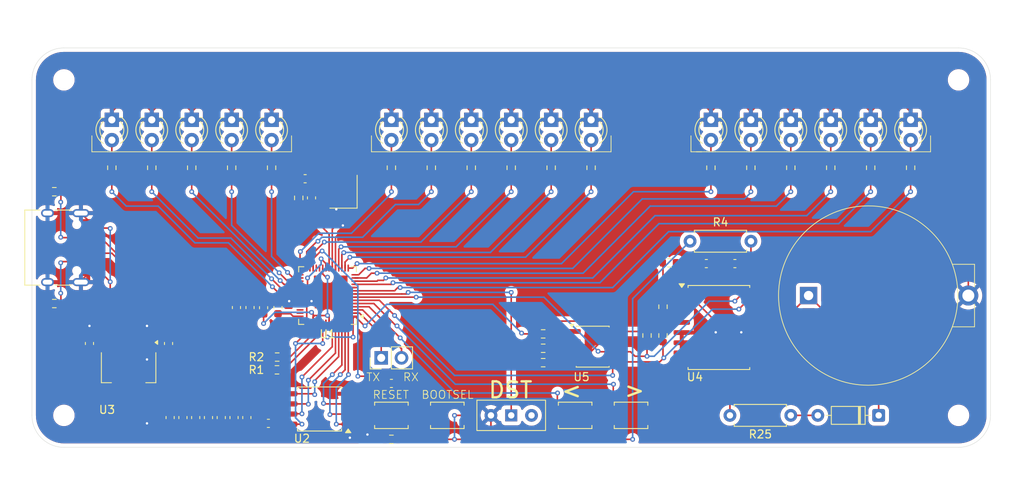
<source format=kicad_pcb>
(kicad_pcb (version 20241229) (generator "pcbnew") (generator_version "9.0")
  (layers (0 "F.Cu" signal) (2 "B.Cu" signal) (13 "F.Paste" user) (15 "B.Paste" user) (5 "F.SilkS" user "F.Silkscreen") (7 "B.SilkS" user "B.Silkscreen") (1 "F.Mask" user) (3 "B.Mask" user) (25 "Edge.Cuts" user))
  (net 0 "")
  (net 1 "GND")
  (net 2 "Net-(BT1-+)")
  (net 3 "Net-(U1-VREG_VOUT)")
  (net 4 "+3.3V")
  (net 5 "Net-(U1-RUN)")
  (net 6 "/XIN")
  (net 7 "Net-(C15-Pad1)")
  (net 8 "Net-(U3-VI)")
  (net 9 "Net-(D1-A)")
  (net 10 "Net-(D2-A)")
  (net 11 "Net-(D3-A)")
  (net 12 "Net-(D4-A)")
  (net 13 "Net-(D5-A)")
  (net 14 "Net-(D6-A)")
  (net 15 "Net-(D7-A)")
  (net 16 "Net-(D8-A)")
  (net 17 "Net-(D9-A)")
  (net 18 "Net-(D10-A)")
  (net 19 "Net-(D11-A)")
  (net 20 "Net-(D12-A)")
  (net 21 "Net-(D13-A)")
  (net 22 "Net-(D14-A)")
  (net 23 "Net-(D15-A)")
  (net 24 "Net-(D16-A)")
  (net 25 "Net-(D17-A)")
  (net 26 "Net-(D18-A)")
  (net 27 "/RX")
  (net 28 "/TX")
  (net 30 "/USB_DM")
  (net 31 "/USB_DP")
  (net 32 "Net-(P1-CC2)")
  (net 34 "Net-(P1-CC1)")
  (net 35 "Net-(U1-USB_DP)")
  (net 36 "Net-(U1-USB_DM)")
  (net 37 "/QSPI_SS")
  (net 38 "Net-(R3-Pad1)")
  (net 39 "/XOUT")
  (net 40 "Net-(U1-GPIO7)")
  (net 41 "Net-(U1-GPIO8)")
  (net 42 "Net-(U1-GPIO9)")
  (net 43 "Net-(U1-GPIO10)")
  (net 44 "Net-(U1-GPIO11)")
  (net 45 "Net-(U1-GPIO12)")
  (net 46 "Net-(U1-GPIO13)")
  (net 47 "Net-(U1-GPIO14)")
  (net 48 "Net-(U1-GPIO15)")
  (net 49 "Net-(U1-GPIO16)")
  (net 50 "Net-(U1-GPIO17)")
  (net 51 "Net-(U1-GPIO18)")
  (net 52 "Net-(U1-GPIO19)")
  (net 53 "Net-(U1-GPIO20)")
  (net 54 "Net-(U1-GPIO21)")
  (net 55 "Net-(U1-GPIO22)")
  (net 56 "Net-(U1-GPIO23)")
  (net 57 "/SCL")
  (net 58 "/SDA")
  (net 59 "Net-(U4-32KHZ)")
  (net 60 "Net-(U4-~{INT}{slash}SQW)")
  (net 61 "Net-(U5-A0)")
  (net 62 "Net-(U5-A1)")
  (net 63 "Net-(U5-A2)")
  (net 64 "Net-(U1-GPIO2)")
  (net 65 "Net-(U1-GPIO3)")
  (net 66 "Net-(SW5-B)")
  (net 69 "/QSPI_SCLK")
  (net 74 "/QSPI_SD2")
  (net 75 "/QSPI_SD0")
  (net 77 "/QSPI_SD3")
  (net 80 "/QSPI_SD1")
  (footprint "Capacitor_SMD:C_0603_1608Metric" (layer "F.Cu") (at 133 98.525 -90)
    (property "Reference" "C3" (hide yes))
    (property "Value" "1u")
  )
  (footprint "MountingHole:MountingHole_2.2mm_M2_DIN965" (layer "F.Cu") (at 220 112)
    (property "Reference" "0" (hide yes))
    (property "Value" "MountingHole_2.2mm_M2_DIN965" (hide yes))
  )
  (footprint "custom_footprints:SW_Slide_8.6x3.8x7.0_P2.54mm" (layer "F.Cu") (at 164 112)
    (property "Reference" "SW5" (hide yes))
    (property "Value" "TIMEZONE_CHANGE" (hide yes))
  )
  (footprint "LED_THT:LED_D3.0mm" (layer "F.Cu") (at 119 75 -90)
    (property "Reference" "D16" (hide yes))
    (property "Value" "LED" (hide yes))
  )
  (footprint "Capacitor_SMD:C_0603_1608Metric" (layer "F.Cu") (at 139 84.775 90)
    (property "Reference" "C14" (hide yes))
    (property "Value" "15p")
  )
  (footprint "Crystal:Crystal_SMD_Abracon_ABM8G-4Pin_3.2x2.5mm" (layer "F.Cu") (at 143 84 90)
    (property "Reference" "Y1" (hide yes))
    (property "Value" "Crystal_GND23")
  )
  (footprint "Package_SO:SOIC-8_3.9x4.9mm_P1.27mm" (layer "F.Cu") (at 174.2 103.4)
    (property "Reference" "U5")
    (property "Value" "AT24C32_SOIC")
  )
  (footprint "LED_THT:LED_D3.0mm" (layer "F.Cu") (at 154 75 -90)
    (property "Reference" "D11" (hide yes))
    (property "Value" "LED" (hide yes))
  )
  (footprint "Resistor_SMD:R_0603_1608Metric" (layer "F.Cu") (at 168 105.4)
    (property "Reference" "R32" (hide yes))
    (property "Value" "4k7")
  )
  (footprint "Capacitor_SMD:C_0603_1608Metric" (layer "F.Cu") (at 111.2 103 -90)
    (property "Reference" "C16" (hide yes))
    (property "Value" "10u")
  )
  (footprint "Resistor_SMD:R_0603_1608Metric" (layer "F.Cu") (at 174 81 90)
    (property "Reference" "R14" (hide yes))
    (property "Value" "1k")
  )
  (footprint "Resistor_SMD:R_0603_1608Metric" (layer "F.Cu") (at 169 81 90)
    (property "Reference" "R15" (hide yes))
    (property "Value" "1k")
  )
  (footprint "Connector_PinHeader_2.54mm:PinHeader_1x02_P2.54mm_Vertical" (layer "F.Cu") (at 147.725 104.8 90)
    (property "Reference" "J1" (hide yes))
    (property "Value" "Conn_01x02_Socket")
  )
  (footprint "Resistor_SMD:R_0603_1608Metric" (layer "F.Cu") (at 149 115 180)
    (property "Reference" "R3" (hide yes))
    (property "Value" "1k")
  )
  (footprint "MountingHole:MountingHole_2.2mm_M2_DIN965" (layer "F.Cu") (at 220 70)
    (property "Reference" "0" (hide yes))
    (property "Value" "MountingHole_2.2mm_M2_DIN965" (hide yes))
  )
  (footprint "Capacitor_SMD:C_0603_1608Metric" (layer "F.Cu") (at 126.1 112.275 90)
    (property "Reference" "C8" (hide yes))
    (property "Value" "100n")
  )
  (footprint "Capacitor_SMD:C_0603_1608Metric" (layer "F.Cu") (at 129.3 112.275 90)
    (property "Reference" "C10" (hide yes))
    (property "Value" "100n")
  )
  (footprint "Resistor_SMD:R_0603_1608Metric" (layer "F.Cu") (at 106.8 98 180)
    (property "Reference" "R7" (hide yes))
    (property "Value" "5k1")
  )
  (footprint "Connector_USB:USB_C_Receptacle_HRO_TYPE-C-31-M-12" (layer "F.Cu") (at 107 91 -90)
    (property "Reference" "P1" (hide yes))
    (property "Value" "USB_C-31-M-12")
  )
  (footprint "LED_THT:LED_D3.0mm" (layer "F.Cu") (at 159 75 -90)
    (property "Reference" "D10" (hide yes))
    (property "Value" "LED" (hide yes))
  )
  (footprint "Resistor_SMD:R_0603_1608Metric" (layer "F.Cu") (at 154 81 90)
    (property "Reference" "R18" (hide yes))
    (property "Value" "1k")
  )
  (footprint "Resistor_SMD:R_0603_1608Metric" (layer "F.Cu") (at 129 81 90)
    (property "Reference" "R21" (hide yes))
    (property "Value" "1k")
  )
  (footprint "Capacitor_SMD:C_0603_1608Metric" (layer "F.Cu") (at 129.6 98.5 -90)
    (property "Reference" "C2" (hide yes))
    (property "Value" "100n")
  )
  (footprint "Capacitor_SMD:C_0603_1608Metric" (layer "F.Cu") (at 130.9 112.275 90)
    (property "Reference" "C11" (hide yes))
    (property "Value" "100n")
  )
  (footprint "LED_THT:LED_D3.0mm" (layer "F.Cu") (at 134 75 -90)
    (property "Reference" "D13" (hide yes))
    (property "Value" "LED" (hide yes))
  )
  (footprint "Resistor_SMD:R_0603_1608Metric" (layer "F.Cu") (at 183 98.4 90)
    (property "Reference" "R29" (hide yes))
    (property "Value" "4k7")
  )
  (footprint "Package_DFN_QFN:QFN-56-1EP_7x7mm_P0.4mm_EP3.2x3.2mm" (layer "F.Cu") (at 141 97 180)
    (property "Reference" "U1")
    (property "Value" "RP2040")
  )
  (footprint "LED_THT:LED_D3.0mm" (layer "F.Cu") (at 209 75 -90)
    (property "Reference" "D2" (hide yes))
    (property "Value" "LED" (hide yes))
  )
  (footprint "Resistor_SMD:R_0603_1608Metric" (layer "F.Cu") (at 114 81 90)
    (property "Reference" "R24" (hide yes))
    (property "Value" "1k")
  )
  (footprint "LED_THT:LED_D3.0mm" (layer "F.Cu") (at 149 75 -90)
    (property "Reference" "D12" (hide yes))
    (property "Value" "LED" (hide yes))
  )
  (footprint "LED_THT:LED_D3.0mm" (layer "F.Cu") (at 169 75 -90)
    (property "Reference" "D8" (hide yes))
    (property "Value" "LED" (hide yes))
  )
  (footprint "LED_THT:LED_D3.0mm" (layer "F.Cu") (at 194 75 -90)
    (property "Reference" "D5" (hide yes))
    (property "Value" "LED" (hide yes))
  )
  (footprint "Capacitor_SMD:C_0603_1608Metric" (layer "F.Cu") (at 124.5 112.275 90)
    (property "Reference" "C7" (hide yes))
    (property "Value" "100n")
  )
  (footprint "Resistor_SMD:R_0603_1608Metric" (layer "F.Cu") (at 189 81 90)
    (property "Reference" "R13" (hide yes))
    (property "Value" "1k")
  )
  (footprint "Capacitor_SMD:C_0603_1608Metric" (layer "F.Cu") (at 149 108 180)
    (property "Reference" "C12" (hide yes))
    (property "Value" "100n")
  )
  (footprint "Package_SO:SOIC-8_5.3x5.3mm_P1.27mm" (layer "F.Cu") (at 140 111.2 180)
    (property "Reference" "U2")
    (property "Value" "W25Q32JVSS")
  )
  (footprint "Resistor_SMD:R_0603_1608Metric" (layer "F.Cu") (at 106.8 84 180)
    (property "Reference" "R6" (hide yes))
    (property "Value" "5k1")
  )
  (footprint "Resistor_SMD:R_0603_1608Metric" (layer "F.Cu") (at 159 81 90)
    (property "Reference" "R17" (hide yes))
    (property "Value" "1k")
  )
  (footprint "LED_THT:LED_D3.0mm" (layer "F.Cu") (at 114 75 -90)
    (property "Reference" "D17" (hide yes))
    (property "Value" "LED" (hide yes))
  )
  (footprint "Capacitor_SMD:C_0603_1608Metric" (layer "F.Cu") (at 127.7 112.275 90)
    (property "Reference" "C9" (hide yes))
    (property "Value" "100n")
  )
  (footprint "Button_Switch_SMD:SW_SPST_TS-1088-xR020" (layer "F.Cu") (at 172 112)
    (property "Reference" "SW3" (hide yes))
    (property "Value" "BACKWARD" (hide yes))
  )
  (footprint "Resistor_SMD:R_0603_1608Metric" (layer "F.Cu") (at 134 81 90)
    (property "Reference" "R20" (hide yes))
    (property "Value" "1k")
  )
  (footprint "Capacitor_SMD:C_0603_1608Metric" (layer "F.Cu") (at 138.2 82.375)
    (property "Reference" "C15" (hide yes))
    (property "Value" "15p")
  )
  (footprint "Resistor_SMD:R_0603_1608Metric" (layer "F.Cu") (at 214 81 90)
    (property "Reference" "R8" (hide yes))
    (property "Value" "1k")
  )
  (footprint "LED_THT:LED_D3.0mm" (layer "F.Cu") (at 199 75 -90)
    (property "Reference" "D4" (hide yes))
    (property "Value" "LED" (hide yes))
  )
  (footprint "Resistor_SMD:R_0603_1608Metric" (layer "F.Cu") (at 134.675 106.3)
    (property "Reference" "R1")
    (property "Value" "27")
  )
  (footprint "Resistor_SMD:R_0603_1608Metric" (layer "F.Cu") (at 194 81 90)
    (property "Reference" "R12" (hide yes))
    (property "Value" "1k")
  )
  (footprint "Resistor_SMD:R_0603_1608Metric" (layer "F.Cu") (at 164 81 90)
    (property "Reference" "R16" (hide yes))
    (property "Value" "1k")
  )
  (footprint "Capacitor_SMD:C_0603_1608Metric" (layer "F.Cu") (at 133.6 113)
    (property "Reference" "C13" (hide yes))
    (property "Value" "100n")
  )
  (footprint "Resistor_SMD:R_0603_1608Metric" (layer "F.Cu") (at 168 101.8)
    (property "Reference" "R30" (hide yes))
    (property "Value" "4k7")
  )
  (footprint "LED_THT:LED_D3.0mm" (layer "F.Cu") (at 129 75 -90)
    (property "Reference" "D14" (hide yes))
    (property "Value" "LED" (hide yes))
  )
  (footprint "Capacitor_SMD:C_0603_1608Metric" (layer "F.Cu") (at 121.3 112.275 90)
    (property "Reference" "C5" (hide yes))
    (property "Value" "100n")
  )
  (footprint "Resistor_SMD:R_0603_1608Metric" (layer "F.Cu") (at 119 81 90)
    (property "Reference" "R23" (hide yes))
    (property "Value" "1k")
  )
  (footprint "Resistor_SMD:R_0603_1608Metric" (layer "F.Cu") (at 149 81 90)
    (property "Reference" "R19" (hide yes))
    (property "Value" "1k")
  )
  (footprint "Resistor_SMD:R_0603_1608Metric" (layer "F.Cu") (at 134.7 104.7)
    (property "Reference" "R2")
    (property "Value" "27")
  )
  (footprint "Capacitor_SMD:C_0603_1608Metric" (layer "F.Cu") (at 192 93 180)
    (property "Reference" "C19" (hide yes))
    (property "Value" "1u")
  )
  (footprint "Resistor_SMD:R_0603_1608Metric" (layer "F.Cu") (at 181 102 90)
    (property "Reference" "R26" (hide yes))
    (property "Value" "4k7")
  )
  (footprint "LED_THT:LED_D3.0mm" (layer "F.Cu") (at 204 75 -90)
    (property "Reference" "D3" (hide yes))
    (property "Value" "LED" (hide yes))
  )
  (footprint "MountingHole:MountingHole_2.2mm_M2_DIN965" (layer "F.Cu") (at 108 70)
    (property "Reference" "0" (hide yes))
    (property "Value" "MountingHole_2.2mm_M2_DIN965" (hide yes))
  )
  (footprint "Resistor_THT:R_Axial_DIN0207_L6.3mm_D2.5mm_P7.62mm_Horizontal" (layer "F.Cu") (at 199 112 180)
    (property "Reference" "R25")
    (property "Value" "1k")
  )
  (footprint "Package_SO:SOIC-16W_7.5x10.3mm_P1.27mm" (layer "F.Cu") (at 190 101)
    (property "Reference" "U4")
    (property "Value" "DS3231M")
  )
  (footprint "Resistor_SMD:R_0603_1608Metric" (layer "F.Cu") (at 168 103.6)
    (property "Reference" "R31" (hide yes))
    (property "Value" "4k7")
  )
  (footprint "Capacitor_SMD:C_0603_1608Metric" (layer "F.Cu") (at 131.3 98.5 -90)
    (property "Reference" "C1" (hide yes))
    (property "Value" "100n")
  )
  (footprint "Diode_THT:D_DO-35_SOD27_P7.62mm_Horizontal" (layer "F.Cu") (at 210 112 180)
    (property "Reference" "D18" (hide yes))
    (property "Value" "1N4148")
  )
  (footprint "Capacitor_SMD:C_0603_1608Metric" (layer "F.Cu") (at 188.425 93 180)
    (property "Reference" "C18" (hide yes))
    (property "Value" "100n")
  )
  (footprint "Resistor_SMD:R_0603_1608Metric" (layer "F.Cu") (at 137.4 84.775 -90)
    (property "Reference" "R5" (hide yes))
    (property "Value" "1k")
  )
  (footprint "Capacitor_SMD:C_0603_1608Metric" (layer "F.Cu") (at 122.9 112.275 90)
    (property "Reference" "C6" (hide yes))
    (property "Value" "100n")
  )
  (footprint "Resistor_THT:R_Axial_DIN0207_L6.3mm_D2.5mm_P7.62mm_Horizontal" (layer "F.Cu") (at 186.39 90.2)
    (property "Reference" "R4")
    (property "Value" "DNP")
  )
  (footprint "LED_THT:LED_D3.0mm" (layer "F.Cu") (at 214 75 -90)
    (property "Reference" "D1" (hide yes))
    (property "Value" "LED" (hide yes))
  )
  (footprint "LED_THT:LED_D3.0mm" (layer "F.Cu") (at 174 75 -90)
    (property "Reference" "D7" (hide yes))
    (property "Value" "LED" (hide yes))
  )
  (footprint "Resistor_SMD:R_0603_1608Metric" (layer "F.Cu") (at 183.8 92.9 180)
    (property "Reference" "R28" (hide yes))
    (property "Value" "4k7")
  )
  (footprint "Resistor_SMD:R_0603_1608Metric" (layer "F.Cu") (at 204 81 90)
    (property "Reference" "R10" (hide yes))
    (property "Value" "1k")
  )
  (footprint "Resistor_SMD:R_0603_1608Metric" (layer "F.Cu") (at 209 81 90)
    (property "Reference" "R9" (hide yes))
    (property "Value" "1k")
  )
  (footprint "Capacitor_SMD:C_0603_1608Metric" (layer "F.Cu") (at 134.8 98.5 -90)
    (property "Reference" "C4" (hide yes))
    (property "Value" "1u")
  )
  (footprint "MountingHole:MountingHole_2.2mm_M2_DIN965" (layer "F.Cu") (at 108 112)
    (property "Reference" "0" (hide yes))
    (property "Value" "MountingHole_2.2mm_M2_DIN965" (hide yes))
  )
  (footprint "Resistor_SMD:R_0603_1608Metric" (layer "F.Cu") (at 183 102 90)
    (property "Reference" "R27" (hide yes))
    (property "Value" "4k7")
  )
  (footprint "LED_THT:LED_D3.0mm" (layer "F.Cu") (at 189 75 -90)
    (property "Reference" "D6" (hide yes))
    (property "Value" "LED" (hide yes))
  )
  (footprint "Capacitor_SMD:C_0603_1608Metric" (layer "F.Cu") (at 121.1 103 -90)
    (property "Reference" "C17" (hide yes))
    (property "Value" "22u")
  )
  (footprint "Button_Switch_SMD:SW_SPST_TS-1088-xR020" (layer "F.Cu") (at 179 112)
    (property "Reference" "SW4" (hide yes))
    (property "Value" "FORWARD" (hide yes))
  )
  (footprint "Resistor_SMD:R_0603_1608Metric" (layer "F.Cu") (at 124 81 90)
    (property "Reference" "R22" (hide yes))
    (property "Value" "1k")
  )
  (footprint "Button_Switch_SMD:SW_SPST_TS-1088-xR020" (layer "F.Cu") (at 149 112)
    (property "Reference" "SW1" (hide yes))
    (property "Value" "RESET" (hide yes))
  )
  (footprint "Button_Switch_SMD:SW_SPST_TS-1088-xR020" (layer "F.Cu") (at 156 112)
    (property "Reference" "SW2" (hide yes))
    (property "Value" "BOOTSEL" (hide yes))
  )
  (footprint "Resistor_SMD:R_0603_1608Metric" (layer "F.Cu") (at 199 81 90)
    (property "Reference" "R11" (hide yes))
    (property "Value" "1k")
  )
  (footprint "custom_footprints:Battery_Holder_Coin_2032_BS-7" (layer "F.Cu") (at 201.2243 97)
    (property "Reference" "BT1" (hide yes))
    (property "Value" "CR2032_holder")
  )
  (footprint "LED_THT:LED_D3.0mm" (layer "F.Cu") (at 164 75 -90)
    (property "Reference" "D9" (hide yes))
    (property "Value" "LED" (hide yes))
  )
  (footprint "Package_TO_SOT_SMD:SOT-223-3_TabPin2" (layer "F.Cu") (at 116.1 106 -90)
    (property "Reference" "U3")
    (property "Value" "AMS1117-3.3")
  )
  (footprint "LED_THT:LED_D3.0mm" (layer "F.Cu") (at 124 75 -90)
    (property "Reference" "D15" (hide yes))
    (property "Value" "LED" (hide yes))
  )
  (gr_line (start 186.5 79) (end 216.5 79) (stroke (width 0.1)) (layer "F.SilkS"))
  (gr_line (start 146.5 77) (end 146.5 79) (stroke (width 0.1)) (layer "F.SilkS"))
  (gr_line (start 216.5 77) (end 216.5 79) (stroke (width 0.1)) (layer "F.SilkS"))
  (gr_line (start 146.5 79) (end 176.5 79) (stroke (width 0.1)) (layer "F.SilkS"))
  (gr_line (start 111.5 79) (end 136.5 79) (stroke (width 0.1)) (layer "F.SilkS"))
  (gr_line (start 111.5 77) (end 111.5 79) (stroke (width 0.1)) (layer "F.SilkS"))
  (gr_line (start 187.85 79) (end 187.175 79) (stroke (width 0.1)) (layer "F.SilkS"))
  (gr_line (start 136.5 77) (end 136.5 79) (stroke (width 0.1)) (layer "F.SilkS"))
  (gr_line (start 186.5 77) (end 186.5 79) (stroke (width 0.1)) (layer "F.SilkS"))
  (gr_line (start 176.5 77) (end 176.5 79) (stroke (width 0.1)) (layer "F.SilkS"))
  (gr_line (start 108 66) (end 220 66) (stroke (width 0.05)) (layer "Edge.Cuts"))
  (gr_line (start 224 70) (end 224 112) (stroke (width 0.05)) (layer "Edge.Cuts"))
  (gr_arc (start 224 112) (mid 222.828427 114.828427) (end 220 116) (stroke (width 0.05)) (layer "Edge.Cuts"))
  (gr_line (start 220 116) (end 108 116) (stroke (width 0.05)) (layer "Edge.Cuts"))
  (gr_line (start 104 112) (end 104 70) (stroke (width 0.05)) (layer "Edge.Cuts"))
  (gr_arc (start 104 70) (mid 105.171573 67.171573) (end 108 66) (stroke (width 0.05)) (layer "Edge.Cuts"))
  (gr_arc (start 220 66) (mid 222.828427 67.171573) (end 224 70) (stroke (width 0.05)) (layer "Edge.Cuts"))
  (gr_arc (start 108 116) (mid 105.171573 114.828427) (end 104 112) (stroke (width 0.05)) (layer "Edge.Cuts"))
  (gr_text "BOOTSEL" (at 152.7 110 0) (layer "F.SilkS") (effects (font (size 1 1) (thickness 0.1)) (justify left bottom)))
  (gr_text "TX " (at 145.8 107.8 0) (layer "F.SilkS") (effects (font (size 1 1) (thickness 0.1)) (justify left bottom)))
  (gr_text ">" (at 173 108 180) (layer "F.SilkS") (effects (font (size 2 2) (thickness 0.3)) (justify left bottom)))
  (gr_text ">" (at 178 110 0) (layer "F.SilkS") (effects (font (size 2 2) (thickness 0.3)) (justify left bottom)))
  (gr_text "RESET" (at 146.6 110 0) (layer "F.SilkS") (effects (font (size 1 1) (thickness 0.1)) (justify left bottom)))
  (gr_text "DST" (at 161 110 0) (layer "F.SilkS") (effects (font (size 2 2) (thickness 0.3)) (justify left bottom)))
  (gr_text "RX" (at 150.4 107.8 0) (layer "F.SilkS") (effects (font (size 1 1) (thickness 0.1)) (justify left bottom)))
  (segment (start 142 96) (end 141 97) (width 0.2) (layer "F.Cu") (net 1))
  (segment (start 185.35 101.635) (end 189.565 101.635) (width 0.2) (layer "F.Cu") (net 1))
  (segment (start 121.3 113.05) (end 122.9 113.05) (width 0.2) (layer "F.Cu") (net 1))
  (segment (start 185.35 105.65) (end 181.225 109.775) (width 0.2) (layer "F.Cu") (net 1))
  (segment (start 105.95 86.68) (end 110.13 86.68) (width 0.2) (layer "F.Cu") (net 1))
  (segment (start 134.625 114.8) (end 132.825 113) (width 0.2) (layer "F.Cu") (net 1))
  (segment (start 164 74) (end 164 75) (width 0.2) (layer "F.Cu") (net 1))
  (segment (start 123 73) (end 120 73) (width 0.2) (layer "F.Cu") (net 1))
  (segment (start 142.1 86.2) (end 142.1 85.15) (width 0.2) (layer "F.Cu") (net 1))
  (segment (start 110.13 76.87) (end 112 75) (width 0.2) (layer "F.Cu") (net 1))
  (segment (start 142.1 85.15) (end 142.15 85.1) (width 0.2) (layer "F.Cu") (net 1))
  (segment (start 195 73) (end 194 74) (width 0.2) (layer "F.Cu") (net 1))
  (segment (start 175 73) (end 188 73) (width 0.2) (layer "F.Cu") (net 1))
  (segment (start 105.975 95.345) (end 105.95 95.32) (width 0.2) (layer "F.Cu") (net 1))
  (segment (start 120.475 102.85) (end 121.1 102.225) (width 0.2) (layer "F.Cu") (net 1))
  (segment (start 132.825 113) (end 130.95 113) (width 0.2) (layer "F.Cu") (net 1))
  (segment (start 136.075 97.725) (end 134.8 97.725) (width 0.2) (layer "F.Cu") (net 1))
  (segment (start 110.13 95.32) (end 110.13 95.165) (width 0.2) (layer "F.Cu") (net 1))
  (segment (start 194.65 102.905) (end 194.65 104.175) (width 0.2) (layer "F.Cu") (net 1))
  (segment (start 120 73) (end 119 74) (width 0.2) (layer "F.Cu") (net 1))
  (segment (start 194.65 104.175) (end 194.65 105.445) (width 0.2) (layer "F.Cu") (net 1))
  (segment (start 149 74) (end 148 73) (width 0.2) (layer "F.Cu") (net 1))
  (segment (start 181.225 109.775) (end 181.225 112) (width 0.2) (layer "F.Cu") (net 1))
  (segment (start 105.95 95.32) (end 105.95 86.68) (width 0.2) (layer "F.Cu") (net 1))
  (segment (start 111.045 87.595) (end 110.13 86.68) (width 0.2) (layer "F.Cu") (net 1))
  (segment (start 173.5 114) (end 162 114) (width 0.2) (layer "F.Cu") (net 1))
  (segment (start 129 74) (end 129 75) (width 0.2) (layer "F.Cu") (net 1))
  (segment (start 159 74) (end 159 75) (width 0.2) (layer "F.Cu") (net 1))
  (segment (start 130.9 113.05) (end 129.3 113.05) (width 0.2) (layer "F.Cu") (net 1))
  (segment (start 110.13 86.68) (end 110.13 76.87) (width 0.2) (layer "F.Cu") (net 1))
  (segment (start 154 74) (end 153 73) (width 0.2) (layer "F.Cu") (net 1))
  (segment (start 105.95 86.68) (end 105.95 84.025) (width 0.2) (layer "F.Cu") (net 1))
  (segment (start 188 73) (end 189 74) (width 0.2) (layer "F.Cu") (net 1))
  (segment (start 129.3 113.05) (end 127.7 113.05) (width 0.2) (layer "F.Cu") (net 1))
  (segment (start 134 74) (end 134 75) (width 0.2) (layer "F.Cu") (net 1))
  (segment (start 189 74) (end 189 75) (width 0.2) (layer "F.Cu") (net 1))
  (segment (start 133.025 97.725) (end 133 97.75) (width 0.2) (layer "F.Cu") (net 1))
  (segment (start 181.225 113.275) (end 180.5 114) (width 0.2) (layer "F.Cu") (net 1))
  (segment (start 133 73) (end 130 73) (width 0.2) (layer "F.Cu") (net 1))
  (segment (start 142.924265 88.224265) (end 142.924265 88.775735) (width 0.2) (layer "F.Cu") (net 1))
  (segment (start 129 74) (end 128 73) (width 0.2) (layer "F.Cu") (net 1))
  (segment (start 132.975 97.725) (end 133 97.75) (width 0.2) (layer "F.Cu") (net 1))
  (segment (start 134.8 97.725) (end 133.025 97.725) (width 0.2) (layer "F.Cu") (net 1))
  (segment (start 128 73) (end 125 73) (width 0.2) (layer "F.Cu") (net 1))
  (segment (start 146.62 109.295) (end 146.775 109.45) (width 0.2) (layer "F.Cu") (net 1))
  (segment (start 185.35 101.635) (end 185.35 102.905) (width 0.2) (layer "F.Cu") (net 1))
  (segment (start 209 74) (end 210 73) (width 0.2) (layer "F.Cu") (net 1))
  (segment (start 141.05 84) (end 142.15 85.1) (width 0.2) (layer "F.Cu") (net 1))
  (segment (start 153.775 113.275) (end 153.05 114) (width 0.2) (layer "F.Cu") (net 1))
  (segment (start 135 73) (end 134 74) (width 0.2) (layer "F.Cu") (net 1))
  (segment (start 147 114) (end 146.775 113.775) (width 0.2) (layer "F.Cu") (net 1))
  (segment (start 148 73) (end 135 73) (width 0.2) (layer "F.Cu") (net 1))
  (segment (start 114 74) (end 114 75) (width 0.2) (layer "F.Cu") (net 1))
  (segment (start 169 74) (end 169 75) (width 0.2) (layer "F.Cu") (net 1))
  (segment (start 173 73) (end 170 73) (width 0.2) (layer "F.Cu") (net 1))
  (segment (start 146.775 113.775) (end 146.775 112) (width 0.2) (layer "F.Cu") (net 1))
  (segment (start 142.3 85) (end 142.3 84.5) (width 0.2) (layer "F.Cu") (net 1))
  (segment (start 129.6 97.725) (end 131.3 97.725) (width 0.2) (layer "F.Cu") (net 1))
  (segment (start 122.9 113.05) (end 124.5 113.05) (width 0.2) (layer "F.Cu") (net 1))
  (segment (start 142.924265 88.775735) (end 142 89.7) (width 0.2) (layer "F.Cu") (net 1))
  (segment (start 199 74) (end 199 75) (width 0.2) (layer "F.Cu") (net 1))
  (segment (start 150 73) (end 149 74) (width 0.2) (layer "F.Cu") (net 1))
  (segment (start 209 75) (end 209 74) (width 0.2) (layer "F.Cu") (net 1))
  (segment (start 189.565 101.635) (end 189.6 101.6) (width 0.2) (layer "F.Cu") (net 1))
  (segment (start 139 84) (end 141.05 84) (width 0.2) (layer "F.Cu") (net 1))
  (segment (start 111.2 100.8) (end 110.13 99.73) (width 0.2) (layer "F.Cu") (net 1))
  (segment (start 161 114) (end 154.5 114) (width 0.2) (layer "F.Cu") (net 1))
  (segment (start 185.35 105.445) (end 185.35 105.65) (width 0.2) (layer "F.Cu") (net 1))
  (segment (start 146.775 109.45) (end 148.225 108) (width 0.2) (layer "F.Cu") (net 1))
  (segment (start 171.725 105.305) (end 172.695 105.305) (width 0.2) (layer "F.Cu") (net 1))
  (segment (start 131.3 97.725) (end 132.975 97.725) (width 0.2) (layer "F.Cu") (net 1))
  (segment (start 194.65 100.365) (end 194.65 101.635) (width 0.2) (layer "F.Cu") (net 1))
  (segment (start 118.4 102.85) (end 120.475 102.85) (width 0.2) (layer "F.Cu") (net 1))
  (segment (start 142 93.5625) (end 142 96) (width 0.2) (layer "F.Cu") (net 1))
  (segment (start 174.225 113.225) (end 174.225 112) (width 0.2) (layer "F.Cu") (net 1))
  (segment (start 200 73) (end 199 74) (width 0.2) (layer "F.Cu") (net 1))
  (segment (start 118 73) (end 115 73) (width 0.2) (layer "F.Cu") (net 1))
  (segment (start 204 74) (end 203 73) (width 0.2) (layer "F.Cu") (net 1))
  (segment (start 174 74) (end 175 73) (width 0.2) (layer "F.Cu") (net 1))
  (segment (start 110.13 99.73) (end 110.13 95.32) (width 0.2) (layer "F.Cu") (net 1))
  (segment (start 168 73) (end 165 73) (width 0.2) (layer "F.Cu") (net 1))
  (segment (start 192.565 100.365) (end 191.225 99.025) (width 0.2) (layer "F.Cu") (net 1))
  (segment (start 127.7 113.05) (end 126.1 113.05) (width 0.2) (layer "F.Cu") (net 1))
  (segment (start 203 73) (end 200 73) (width 0.2) (layer "F.Cu") (net 1))
  (segment (start 136.1 97.7) (end 136.075 97.725) (width 0.2) (layer "F.Cu") (net 1))
  (segment (start 124 74) (end 123 73) (width 0.2) (layer "F.Cu") (net 1))
  (segment (start 139.2 97.7) (end 139.9 97) (width 0.2) (layer "F.Cu") (net 1))
  (segment (start 185.35 102.905) (end 185.35 104.175) (width 0.2) (layer "F.Cu") (net 1))
  (segment (start 146.775 113.625) (end 146.775 112) (width 0.2) (layer "F.Cu") (net 1))
  (segment (start 147 75) (end 149 75) (width 0.2) (layer "F.Cu") (net 1))
  (segment (start 174 75) (end 174 74) (width 0.2) (layer "F.Cu") (net 1))
  (segment (start 204 74) (end 204 75) (width 0.2) (layer "F.Cu") (net 1))
  (segment (start 121.3 113.05) (end 118.45 113.05) (width 0.2) (layer "F.Cu") (net 1))
  (segment (start 194.65 101.635) (end 194.65 102.905) (width 0.2) (layer "F.Cu") (net 1))
  (segment (start 153.05 114) (end 147 114) (width 0.2) (layer "F.Cu") (net 1))
  (segment (start 185.35 104.175) (end 185.35 105.445) (width 0.2) (layer "F.Cu") (net 1))
  (segment (start 174.225 107.805) (end 171.725 105.305) (width 0.2) (layer "F.Cu") (net 1))
  (segment (start 205 73) (end 204 74) (width 0.2) (layer "F.Cu") (net 1))
  (segment (start 115 73) (end 114 74) (width 0.2) (layer "F.Cu") (net 1))
  (segment (start 153.775 113.275) (end 153.775 112) (width 0.2) (layer "F.Cu") (net 1))
  (segment (start 143.85 82.9) (end 143.85 78.15) (width 0.2) (layer "F.Cu") (net 1))
  (segment (start 143.5875 109.295) (end 146.62 109.295) (width 0.2) (layer "F.Cu") (net 1))
  (segment (start 174 74) (end 173 73) (width 0.2) (layer "F.Cu") (net 1))
  (segment (start 105.95 95.32) (end 110.13 95.32) (width 0.2) (layer "F.Cu") (net 1))
  (segment (start 139.9 97) (end 141 97) (width 0.2) (layer "F.Cu") (net 1))
  (segment (start 193 73) (end 190 73) (width 0.2) (layer "F.Cu") (net 1))
  (segment (start 213 73) (end 214 74) (width 0.2) (layer "F.Cu") (net 1))
  (segment (start 180.5 114) (end 175 114) (width 0.2) (layer "F.Cu") (net 1))
  (segment (start 124 74) (end 124 75) (width 0.2) (layer "F.Cu") (net 1))
  (segment (start 192.8 101.6) (end 194.615 101.6) (width 0.2) (layer "F.Cu") (net 1))
  (segment (start 126.1 113.05) (end 124.5 113.05) (width 0.2) (layer "F.Cu") (net 1))
  (segment (start 139 84) (end 139 82.4) (width 0.2) (layer "F.Cu") (net 1))
  (segment (start 161.5 113.5) (end 161 114) (width 0.2) (layer "F.Cu") (net 1))
  (segment (start 221.2243 79.2243) (end 217 75) (width 0.2) (layer "F.Cu") (net 1))
  (segment (start 139 97.7) (end 139.2 97.7) (width 0.2) (layer "F.Cu") (net 1))
  (segment (start 111.045 87.75) (end 111.045 87.595) (width 0.2) (layer "F.Cu") (net 1))
  (segment (start 111.2 100.8) (end 111.2 102.225) (width 0.2) (layer "F.Cu") (net 1))
  (segment (start 134 74) (end 133 73) (width 0.2) (layer "F.Cu") (net 1))
  (segment (start 161.46 113.46) (end 161.46 112) (width 0.2) (layer "F.Cu") (net 1))
  (segment (start 105.95 84.025) (end 105.975 84) (width 0.2) (layer "F.Cu") (net 1))
  (segment (start 130.95 113) (end 130.9 113.05) (width 0.2) (layer "F.Cu") (net 1))
  (segment (start 110.13 95.165) (end 111.045 94.25) (width 0.2) (layer "F.Cu") (net 1))
  (segment (start 146 114.4) (end 146.775 113.625) (width 0.2) (layer "F.Cu") (net 1))
  (segment (start 146.775 112) (end 146.775 109.45) (width 0.2) (layer "F.Cu") (net 1))
  (segment (start 161.5 113.5) (end 161.46 113.46) (width 0.2) (layer "F.Cu") (net 1))
  (segment (start 221.2243 97) (end 221.2243 79.2243) (width 0.2) (layer "F.Cu") (net 1))
  (segment (start 214 74) (end 214 75) (width 0.2) (layer "F.Cu") (net 1))
  (segment (start 174.225 112) (end 174.225 113.275) (width 0.2) (layer "F.Cu") (net 1))
  (segment (start 143.8 114.8) (end 134.625 114.8) (width 0.2) (layer "F.Cu") (net 1))
  (segment (start 125 73) (end 124 74) (width 0.2) (layer "F.Cu") (net 1))
  (segment (start 159 74) (end 158 73) (width 0.2) (layer "F.Cu") (net 1))
  (segment (start 194.615 101.6) (end 194.65 101.635) (width 0.2) (layer "F.Cu") (net 1))
  (segment (start 170 73) (end 169 74) (width 0.2) (layer "F.Cu") (net 1))
  (segment (start 162 114) (end 161.5 113.5) (width 0.2) (layer "F.Cu") (net 1))
  (segment (start 153 73) (end 150 73) (width 0.2) (layer "F.Cu") (net 1))
  (segment (start 160 73) (end 159 74) (width 0.2) (layer "F.Cu") (net 1))
  (segment (start 175 114) (end 174.225 113.225) (width 0.2) (layer "F.Cu") (net 1))
  (segment (start 163 73) (end 160 73) (width 0.2) (layer "F.Cu") (net 1))
  (segment (start 142.15 84.6) (end 143.85 82.9) (width 0.2) (layer "F.Cu") (net 1))
  (segment (start 136.2 97.7) (end 136.1 97.7) (width 0.2) (layer "F.Cu") (net 1))
  (segment (start 130 73) (end 129 74) (width 0.2) (layer "F.Cu") (net 1))
  (segment (start 158 73) (end 155 73) (width 0.2) (layer "F.Cu") (net 1))
  (segment (start 174.225 112) (end 174.225 107.805) (width 0.2) (layer "F.Cu") (net 1))
  (segment (start 118.4 102.85) (end 118.4 100.8) (width 0.2) (layer "F.Cu") (net 1))
  (segment (start 199 74) (end 198 73) (width 0.2) (layer "F.Cu") (net 1))
  (segment (start 155 73) (end 154 74) (width 0.2) (layer "F.Cu") (net 1))
  (segment (start 190 73) (end 189 74) (width 0.2) (layer "F.Cu") (net 1))
  (segment (start 217 75) (end 214 75) (width 0.2) (layer "F.Cu") (net 1))
  (segment (start 210 73) (end 213 73) (width 0.2) (layer "F.Cu") (net 1))
  (segment (start 194 74) (end 194 75) (width 0.2) (layer "F.Cu") (net 1))
  (segment (start 112 75) (end 114 75) (width 0.2) (layer "F.Cu") (net 1))
  (segment (start 119 74) (end 118 73) (width 0.2) (layer "F.Cu") (net 1))
  (segment (start 154.5 114) (end 153.775 113.275) (width 0.2) (layer "F.Cu") (net 1))
  (segment (start 105.975 98) (end 105.975 95.345) (width 0.2) (layer "F.Cu") (net 1))
  (segment (start 194 74) (end 193 73) (width 0.2) (layer "F.Cu") (net 1))
  (segment (start 164 74) (end 163 73) (width 0.2) (layer "F.Cu") (net 1))
  (segment (start 119 74) (end 119 75) (width 0.2) (layer "F.Cu") (net 1))
  (segment (start 142 89.7) (end 142 93.5625) (width 0.2) (layer "F.Cu") (net 1))
  (segment (start 208 73) (end 205 73) (width 0.2) (layer "F.Cu") (net 1))
  (segment (start 139 82.4) (end 138.975 82.375) (width 0.2) (layer "F.Cu") (net 1))
  (segment (start 191.225 99.025) (end 191.225 93) (width 0.2) (layer "F.Cu") (net 1))
  (segment (start 181.225 112) (end 181.225 113.275) (width 0.2) (layer "F.Cu") (net 1))
  (segment (start 154 74) (end 154 75) (width 0.2) (layer "F.Cu") (net 1))
  (segment (start 143.85 78.15) (end 147 75) (width 0.2) (layer "F.Cu") (net 1))
  (segment (start 169 74) (end 168 73) (width 0.2) (layer "F.Cu") (net 1))
  (segment (start 118.45 113.05) (end 118.4 113) (width 0.2) (layer "F.Cu") (net 1))
  (segment (start 142.15 85.1) (end 142.15 84.6) (width 0.2) (layer "F.Cu") (net 1))
  (segment (start 172.695 105.305) (end 175.235 102.765) (width 0.2) (layer "F.Cu") (net 1))
  (segment (start 174.225 113.275) (end 173.5 114) (width 0.2) (layer "F.Cu") (net 1))
  (segment (start 165 73) (end 164 74) (width 0.2) (layer "F.Cu") (net 1))
  (segment (start 194.65 100.365) (end 192.565 100.365) (width 0.2) (layer "F.Cu") (net 1))
  (segment (start 198 73) (end 195 73) (width 0.2) (layer "F.Cu") (net 1))
  (segment (start 118.4 105) (end 118.4 102.85) (width 0.2) (layer "F.Cu") (net 1))
  (segment (start 175.235 102.765) (end 176.675 102.765) (width 0.2) (layer "F.Cu") (net 1))
  (segment (start 209 74) (end 208 73) (width 0.2) (layer "F.Cu") (net 1))
  (segment (start 189.2 93) (end 191.225 93) (width 0.2) (layer "F.Cu") (net 1))
  (segment (start 149 74) (end 149 75) (width 0.2) (layer "F.Cu") (net 1))
  (via (at 139 97.7) (size 0.6) (drill 0.3) (layers "F.Cu" "B.Cu") (net 1))
  (via (at 118.4 113) (size 0.6) (drill 0.3) (layers "F.Cu" "B.Cu") (net 1))
  (via (at 142.1 86.2) (size 0.6) (drill 0.3) (layers "F.Cu" "B.Cu") (net 1))
  (via (at 146 114.4) (size 0.6) (drill 0.3) (layers "F.Cu" "B.Cu") (net 1))
  (via (at 111.2 100.8) (size 0.6) (drill 0.3) (layers "F.Cu" "B.Cu") (net 1))
  (via (at 118.4 100.8) (size 0.6) (drill 0.3) (layers "F.Cu" "B.Cu") (net 1))
  (via (at 192.8 101.6) (size 0.6) (drill 0.3) (layers "F.Cu" "B.Cu") (net 1))
  (via (at 118.4 105) (size 0.6) (drill 0.3) (layers "F.Cu" "B.Cu") (net 1))
  (via (at 136.2 97.7) (size 0.6) (drill 0.3) (layers "F.Cu" "B.Cu") (net 1))
  (via (at 189.6 101.6) (size 0.6) (drill 0.3) (layers "F.Cu" "B.Cu") (net 1))
  (via (at 143.8 114.8) (size 0.6) (drill 0.3) (layers "F.Cu" "B.Cu") (net 1))
  (via (at 142.924265 88.224265) (size 0.6) (drill 0.3) (layers "F.Cu" "B.Cu") (net 1))
  (segment (start 142.1 87.4) (end 142.1 86.2) (width 0.2) (layer "B.Cu") (net 1))
  (segment (start 118.4 100.8) (end 111.2 100.8) (width 0.2) (layer "B.Cu") (net 1))
  (segment (start 145.6 114.8) (end 146 114.4) (width 0.2) (layer "B.Cu") (net 1))
  (segment (start 139 97.7) (end 136.2 97.7) (width 0.2) (layer "B.Cu") (net 1))
  (segment (start 189.6 101.6) (end 192.8 101.6) (width 0.2) (layer "B.Cu") (net 1))
  (segment (start 142.924265 88.224265) (end 142.1 87.4) (width 0.2) (layer "B.Cu") (net 1))
  (segment (start 118.4 113) (end 118.4 105) (width 0.2) (layer "B.Cu") (net 1))
  (segment (start 143.8 114.8) (end 145.6 114.8) (width 0.2) (layer "B.Cu") (net 1))
  (segment (start 210 105.7757) (end 201.2243 97) (width 0.2) (layer "F.Cu") (net 2))
  (segment (start 194.65 99.095) (end 199.1293 99.095) (width 0.2) (layer "F.Cu") (net 2))
  (segment (start 199.1293 99.095) (end 201.2243 97) (width 0.2) (layer "F.Cu") (net 2))
  (segment (start 210 112) (end 210 105.7757) (width 0.2) (layer "F.Cu") (net 2))
  (segment (start 131.3 99.275) (end 129.6 99.275) (width 0.2) (layer "F.Cu") (net 3))
  (segment (start 139.2 99.8) (end 139.2 99.3) (width 0.2) (layer "F.Cu") (net 3))
  (segment (start 141 94.7) (end 140.8 94.7) (width 0.2) (layer "F.Cu") (net 3))
  (segment (start 139.2 100.4375) (end 139.2 99.8) (width 0.2) (layer "F.Cu") (net 3))
  (segment (start 139.2 99.8) (end 139.2 99.7) (width 0.2) (layer "F.Cu") (net 3))
  (segment (start 139.9 99.5) (end 141 99.5) (width 0.2) (layer "F.Cu") (net 3))
  (segment (start 139.2 99.7) (end 139.4 99.5) (width 0.2) (layer "F.Cu") (net 3))
  (segment (start 139.2 99.3) (end 139 99.1) (width 0.2) (layer "F.Cu") (net 3))
  (segment (start 141.2 100.4375) (end 141.2 99.7) (width 0.2) (layer "F.Cu") (net 3))
  (segment (start 140.4 93.5625) (end 140.4 94.3) (width 0.2) (layer "F.Cu") (net 3))
  (segment (start 140.8 94.7) (end 140.4 94.3) (width 0.2) (layer "F.Cu") (net 3))
  (segment (start 141.2 99.7) (end 141 99.5) (width 0.2) (layer "F.Cu") (net 3))
  (segment (start 133 100.5) (end 133 99.3) (width 0.2) (layer "F.Cu") (net 3))
  (segment (start 132.975 99.275) (end 133 99.3) (width 0.2) (layer "F.Cu") (net 3))
  (segment (start 131.3 99.275) (end 132.975 99.275) (width 0.2) (layer "F.Cu") (net 3))
  (segment (start 139.4 99.5) (end 139.9 99.5) (width 0.2) (layer "F.Cu") (net 3))
  (via (at 141 99.5) (size 0.6) (drill 0.3) (layers "F.Cu" "B.Cu") (net 3))
  (via (at 139 99.1) (size 0.6) (drill 0.3) (layers "F.Cu" "B.Cu") (net 3))
  (via (at 133 100.5) (size 0.6) (drill 0.3) (layers "F.Cu" "B.Cu") (net 3))
  (via (at 141 94.7) (size 0.6) (drill 0.3) (layers "F.Cu" "B.Cu") (net 3))
  (segment (start 141 99.5) (end 141 94.7) (width 0.2) (layer "B.Cu") (net 3))
  (segment (start 134.4 99.1) (end 133 100.5) (width 0.2) (layer "B.Cu") (net 3))
  (segment (start 139 99.1) (end 134.4 99.1) (width 0.2) (layer "B.Cu") (net 3))
  (segment (start 122.9 111.5) (end 124.5 111.5) (width 0.2) (layer "F.Cu") (net 4))
  (segment (start 138.8 101.2) (end 138.8 100.4375) (width 0.2) (layer "F.Cu") (net 4))
  (segment (start 145.7 100.8) (end 145.6375 100.8) (width 0.2) (layer "F.Cu") (net 4))
  (segment (start 144.4375 96) (end 143.9 96) (width 0.2) (layer "F.Cu") (net 4))
  (segment (start 194.01 92.79) (end 194.01 90.2) (width 0.2) (layer "F.Cu") (net 4))
  (segment (start 188.2 91.8) (end 187.65 92.35) (width 0.2) (layer "F.Cu") (net 4))
  (segment (start 138.4 100.4375) (end 138.4 96.202) (width 0.2) (layer "F.Cu") (net 4))
  (segment (start 181 99.575) (end 181 101.175) (width 0.2) (layer "F.Cu") (net 4))
  (segment (start 183 92.925) (end 182.975 92.9) (width 0.2) (layer "F.Cu") (net 4))
  (segment (start 121.1 104.15) (end 116.1 109.15) (width 0.2) (layer "F.Cu") (net 4))
  (segment (start 138.5 95.8) (end 138.3 96) (width 0.2) (layer "F.Cu") (net 4))
  (segment (start 143.2 98.9) (end 143.2 96.4) (width 0.2) (layer "F.Cu") (net 4))
  (segment (start 121.3 111.5) (end 122.9 111.5) (width 0.2) (layer "F.Cu") (net 4))
  (segment (start 187.65 92.35) (end 187.65 93) (width 0.2) (layer "F.Cu") (net 4))
  (segment (start 168.775 100.2) (end 167.175 101.8) (width 0.2) (layer "F.Cu") (net 4))
  (segment (start 137 103) (end 138.8 101.2) (width 0.2) (layer "F.Cu") (net 4))
  (segment (start 121.3 111.5) (end 118.45 111.5) (width 0.2) (layer "F.Cu") (net 4))
  (segment (start 143.9 99.6) (end 143.2 98.9) (width 0.2) (layer "F.Cu") (net 4))
  (segment (start 116.1 109.15) (end 116.1 102.85) (width 0.2) (layer "F.Cu") (net 4))
  (segment (start 138.4 100.4375) (end 137.5625 99.6) (width 0.2) (layer "F.Cu") (net 4))
  (segment (start 121.1 103.775) (end 121.1 104.15) (width 0.2) (layer "F.Cu") (net 4))
  (segment (start 130.9 111.5) (end 129.3 111.5) (width 0.2) (layer "F.Cu") (net 4))
  (segment (start 183 97.575) (end 181 99.575) (width 0.2) (layer "F.Cu") (net 4))
  (segment (start 140.8 100.4375) (end 140.8 102) (width 0.2) (layer "F.Cu") (net 4))
  (segment (start 191.38 102.03) (end 191.38 112) (width 0.2) (layer "F.Cu") (net 4))
  (segment (start 167.175 101.8) (end 165.4 101.8) (width 0.2) (layer "F.Cu") (net 4))
  (segment (start 136.7 99.6) (end 137.5625 99.6) (width 0.2) (layer "F.Cu") (net 4))
  (segment (start 137.5625 96) (end 138.198 96) (width 0.2) (layer "F.Cu") (net 4))
  (segment (start 176.675 100.875) (end 176 100.2) (width 0.2) (layer "F.Cu") (net 4))
  (segment (start 185.35 97.825) (end 187.175 97.825) (width 0.2) (layer "F.Cu") (net 4))
  (segment (start 180.925 101.175) (end 180.605 101.495) (width 0.2) (layer "F.Cu") (net 4))
  (segment (start 118.45 111.5) (end 116.1 109.15) (width 0.2) (layer "F.Cu") (net 4))
  (segment (start 181 101.175) (end 183 101.175) (width 0.2) (layer "F.Cu") (net 4))
  (segment (start 124.5 111.5) (end 126.1 111.5) (width 0.2) (layer "F.Cu") (net 4))
  (segment (start 144.4375 99.6) (end 143.9 99.6) (width 0.2) (layer "F.Cu") (net 4))
  (segment (start 136.375 99.275) (end 136.7 99.6) (width 0.2) (layer "F.Cu") (net 4))
  (segment (start 192.775 93) (end 192.775 92.375) (width 0.2) (layer "F.Cu") (net 4))
  (segment (start 140.4 100.4375) (end 140.8 100.4375) (width 0.2) (layer "F.Cu") (net 4))
  (segment (start 134.375 113) (end 136.3075 113) (width 0.2) (layer "F.Cu") (net 4))
  (segment (start 192.775 93) (end 193.8 93) (width 0.2) (layer "F.Cu") (net 4))
  (segment (start 192.2 91.8) (end 188.2 91.8) (width 0.2) (layer "F.Cu") (net 4))
  (segment (start 140.4 103) (end 140.4 100.4375) (width 0.2) (layer "F.Cu") (net 4))
  (segment (start 134.8 99.275) (end 136.375 99.275) (width 0.2) (layer "F.Cu") (net 4))
  (segment (start 138.3 96) (end 138.198 96) (width 0.2) (layer "F.Cu") (net 4))
  (segment (start 132.875 111.5) (end 134.375 113) (width 0.2) (layer "F.Cu") (net 4))
  (segment (start 126.1 111.5) (end 127.7 111.5) (width 0.2) (layer "F.Cu") (net 4))
  (segment (start 165.4 101.8) (end 165.3 101.7) (width 0.2) (layer "F.Cu") (net 4))
  (segment (start 181 101.175) (end 180.925 101.175) (width 0.2) (layer "F.Cu") (net 4))
  (segment (start 176.675 101.495) (end 176.675 100.875) (width 0.2) (layer "F.Cu") (net 4))
  (segment (start 140.8 93) (end 140.2 92.4) (width 0.2) (layer "F.Cu") (net 4))
  (segment (start 180.605 101.495) (end 176.675 101.495) (width 0.2) (layer "F.Cu") (net 4))
  (segment (start 136.3075 113) (end 136.4125 113.105) (width 0.2) (layer "F.Cu") (net 4))
  (segment (start 136.4175 113.1) (end 136.4125 113.105) (width 0.2) (layer "F.Cu") (net 4))
  (segment (start 130.9 111.5) (end 132.875 111.5) (width 0.2) (layer "F.Cu") (net 4))
  (segment (start 192.775 92.375) (end 192.2 91.8) (width 0.2) (layer "F.Cu") (net 4))
  (segment (start 183.25 97.825) (end 183 97.575) (width 0.2) (layer "F.Cu") (net 4))
  (segment (start 129.3 111.5) (end 127.7 111.5) (width 0.2) (layer "F.Cu") (net 4))
  (segment (start 140.8 102) (end 141 102.2) (width 0.2) (layer "F.Cu") (net 4))
  (segment (start 187.175 97.825) (end 191.38 102.03) (width 0.2) (layer "F.Cu") (net 4))
  (segment (start 183 97.575) (end 183 92.925) (width 0.2) (layer "F.Cu") (net 4))
  (segment (start 187.175 97.825) (end 187.65 97.35) (width 0.2) (layer "F.Cu") (net 4))
  (segment (start 138.4 100.4375) (end 138.8 100.4375) (width 0.2) (layer "F.Cu") (net 4))
  (segment (start 193.8 93) (end 194.01 92.79) (width 0.2) (layer "F.Cu") (net 4))
  (segment (start 145.6375 100.8) (end 144.4375 99.6) (width 0.2) (layer "F.Cu") (net 4))
  (segment (start 176 100.2) (end 168.775 100.2) (width 0.2) (layer "F.Cu") (net 4))
  (segment (start 143.2 96.4) (end 143.6 96) (width 0.2) (layer "F.Cu") (net 4))
  (segment (start 137.8 113.1) (end 136.4175 113.1) (width 0.2) (layer "F.Cu") (net 4))
  (segment (start 144.2 102.2) (end 144.2 99.8375) (width 0.2) (layer "F.Cu") (net 4))
  (segment (start 185.35 97.825) (end 183.25 97.825) (width 0.2) (layer "F.Cu") (net 4))
  (segment (start 138.5 94.8) (end 138.5 95.8) (width 0.2) (layer "F.Cu") (net 4))
  (segment (start 187.65 97.35) (end 187.65 93) (width 0.2) (layer "F.Cu") (net 4))
  (segment (start 144.2 99.8375) (end 144.4375 99.6) (width 0.2) (layer "F.Cu") (net 4))
  (segment (start 143.6 96) (end 143.9 96) (width 0.2) (layer "F.Cu") (net 4))
  (segment (start 138.4 96.202) (end 138.198 96) (width 0.2) (layer "F.Cu") (net 4))
  (segment (start 167.175 101.8) (end 167.175 105.4) (width 0.2) (layer "F.Cu") (net 4))
  (segment (start 140.8 93.5625) (end 140.8 93) (width 0.2) (layer "F.Cu") (net 4))
  (via (at 145.7 100.8) (size 0.6) (drill 0.3) (layers "F.Cu" "B.Cu") (net 4))
  (via (at 144.2 102.2) (size 0.6) (drill 0.3) (layers "F.Cu" "B.Cu") (net 4))
  (via (at 165.3 101.7) (size 0.6) (drill 0.3) (layers "F.Cu" "B.Cu") (net 4))
  (via (at 137 103) (size 0.6) (drill 0.3) (layers "F.Cu" "B.Cu") (net 4))
  (via (at 141 102.2) (size 0.6) (drill 0.3) (layers "F.Cu" "B.Cu") (net 4))
  (via (at 140.4 103) (size 0.6) (drill 0.3) (layers "F.Cu" "B.Cu") (net 4))
  (via (at 140.2 92.4) (size 0.6) (drill 0.3) (layers "F.Cu" "B.Cu") (net 4))
  (via (at 138.5 94.8) (size 0.6) (drill 0.3) (layers "F.Cu" "B.Cu") (net 4))
  (via (at 137.8 113.1) (size 0.6) (drill 0.3) (layers "F.Cu" "B.Cu") (net 4))
  (segment (start 140.4 103) (end 137 103) (width 0.2) (layer "B.Cu") (net 4))
  (segment (start 140.2 92.4) (end 140.2 93.1) (width 0.2) (layer "B.Cu") (net 4))
  (segment (start 140.2 93.1) (end 138.5 94.8) (width 0.2) (layer "B.Cu") (net 4))
  (segment (start 137 103) (end 137 112.3) (width 0.2) (layer "B.Cu") (net 4))
  (segment (start 161.7 98.1) (end 148.4 98.1) (width 0.2) (layer "B.Cu") (net 4))
  (segment (start 165.3 101.7) (end 161.7 98.1) (width 0.2) (layer "B.Cu") (net 4))
  (segment (start 137 112.3) (end 137.8 113.1) (width 0.2) (layer "B.Cu") (net 4))
  (segment (start 141 102.2) (end 144.2 102.2) (width 0.2) (layer "B.Cu") (net 4))
  (segment (start 148.4 98.1) (end 145.7 100.8) (width 0.2) (layer "B.Cu") (net 4))
  (segment (start 140.175735 91.424265) (end 139.2 92.4) (width 0.2) (layer "F.Cu") (net 5))
  (segment (start 140.324265 91.424265) (end 140.175735 91.424265) (width 0.2) (layer "F.Cu") (net 5))
  (segment (start 151.225 108.725) (end 150.5 108) (width 0.2) (layer "F.Cu") (net 5))
  (segment (start 148.875 107.1) (end 149.775 108) (width 0.2) (layer "F.Cu") (net 5))
  (segment (start 139.2 92.4) (end 139.2 93.5625) (width 0.2) (layer "F.Cu") (net 5))
  (segment (start 151.225 112) (end 151.225 108.725) (width 0.2) (layer "F.Cu") (net 5))
  (segment (start 149.775 108) (end 150.5 108) (width 0.2) (layer "F.Cu") (net 5))
  (segment (start 144.8 107.1) (end 148.875 107.1) (width 0.2) (layer "F.Cu") (net 5))
  (via (at 140.324265 91.424265) (size 0.6) (drill 0.3) (layers "F.Cu" "B.Cu") (net 5))
  (via (at 144.8 107.1) (size 0.6) (drill 0.3) (layers "F.Cu" "B.Cu") (net 5))
  (segment (start 144.8 95.8) (end 140.424265 91.424265) (width 0.2) (layer "B.Cu") (net 5))
  (segment (start 144.8 107.1) (end 144.8 95.8) (width 0.2) (layer "B.Cu") (net 5))
  (segment (start 140.424265 91.424265) (end 140.324265 91.424265) (width 0.2) (layer "B.Cu") (net 5))
  (segment (start 142.4 87.1) (end 140.55 87.1) (width 0.2) (layer "F.Cu") (net 6))
  (segment (start 143.85 85.1) (end 143.85 85.65) (width 0.2) (layer "F.Cu") (net 6))
  (segment (start 143.85 85.1) (end 143.85 86.45) (width 0.2) (layer "F.Cu") (net 6))
  (segment (start 143.85 85.65) (end 142.4 87.1) (width 0.2) (layer "F.Cu") (net 6))
  (segment (start 143.85 86.45) (end 141.6 88.7) (width 0.2) (layer "F.Cu") (net 6))
  (segment (start 140.55 87.1) (end 139 85.55) (width 0.2) (layer "F.Cu") (net 6))
  (segment (start 141.6 88.7) (end 141.6 93.5625) (width 0.2) (layer "F.Cu") (net 6))
  (segment (start 137.425 82.375) (end 138.201 81.599) (width 0.2) (layer "F.Cu") (net 7))
  (segment (start 137.425 83.925) (end 137.4 83.95) (width 0.2) (layer "F.Cu") (net 7))
  (segment (start 142.15 82.9) (end 140.849 81.599) (width 0.2) (layer "F.Cu") (net 7))
  (segment (start 140.849 81.599) (end 138.201 81.599) (width 0.2) (layer "F.Cu") (net 7))
  (segment (start 137.425 82.375) (end 137.425 83.925) (width 0.2) (layer "F.Cu") (net 7))
  (segment (start 111.2 103.775) (end 112.875 103.775) (width 0.2) (layer "F.Cu") (net 8))
  (segment (start 112.875 103.775) (end 113.8 102.85) (width 0.2) (layer "F.Cu") (net 8))
  (segment (start 113.75 88.55) (end 111.045 88.55) (width 0.2) (layer "F.Cu") (net 8))
  (segment (start 113.8 95.28) (end 111.97 93.45) (width 0.2) (layer "F.Cu") (net 8))
  (segment (start 111.97 93.45) (end 111.045 93.45) (width 0.2) (layer "F.Cu") (net 8))
  (segment (start 113.8 102.85) (end 113.8 95.28) (width 0.2) (layer "F.Cu") (net 8))
  (segment (start 113.8 88.6) (end 113.75 88.55) (width 0.2) (layer "F.Cu") (net 8))
  (via (at 113.8 88.6) (size 0.6) (drill 0.3) (layers "F.Cu" "B.Cu") (net 8))
  (via (at 113.8 95.28) (size 0.6) (drill 0.3) (layers "F.Cu" "B.Cu") (net 8))
  (segment (start 113.8 88.6) (end 113.8 95.28) (width 0.2) (layer "B.Cu") (net 8))
  (segment (start 214 80.175) (end 214 77.54) (width 0.2) (layer "F.Cu") (net 9))
  (segment (start 209 80.175) (end 209 77.54) (width 0.2) (layer "F.Cu") (net 10))
  (segment (start 204 80.175) (end 204 77.54) (width 0.2) (layer "F.Cu") (net 11))
  (segment (start 199 80.175) (end 199 77.54) (width 0.2) (layer "F.Cu") (net 12))
  (segment (start 194 80.175) (end 194 77.54) (width 0.2) (layer "F.Cu") (net 13))
  (segment (start 189 80.175) (end 189 77.54) (width 0.2) (layer "F.Cu") (net 14))
  (segment (start 174 80.175) (end 174 77.54) (width 0.2) (layer "F.Cu") (net 15))
  (segment (start 169 80.175) (end 169 77.54) (width 0.2) (layer "F.Cu") (net 16))
  (segment (start 164 80.175) (end 164 77.54) (width 0.2) (layer "F.Cu") (net 17))
  (segment (start 159 80.175) (end 159 77.54) (width 0.2) (layer "F.Cu") (net 18))
  (segment (start 154 80.175) (end 154 77.54) (width 0.2) (layer "F.Cu") (net 19))
  (segment (start 149 80.175) (end 149 77.54) (width 0.2) (layer "F.Cu") (net 20))
  (segment (start 134 80.175) (end 134 77.54) (width 0.2) (layer "F.Cu") (net 21))
  (segment (start 129 80.175) (end 129 77.54) (width 0.2) (layer "F.Cu") (net 22))
  (segment (start 124 80.175) (end 124 77.54) (width 0.2) (layer "F.Cu") (net 23))
  (segment (start 119 80.175) (end 119 77.54) (width 0.2) (layer "F.Cu") (net 24))
  (segment (start 114 80.175) (end 114 77.54) (width 0.2) (layer "F.Cu") (net 25))
  (segment (start 202.38 112) (end 199 112) (width 0.2) (layer "F.Cu") (net 26))
  (segment (start 145.4 98.8) (end 144.4375 98.8) (width 0.2) (layer "F.Cu") (net 27))
  (segment (start 150.265 103.665) (end 145.4 98.8) (width 0.2) (layer "F.Cu") (net 27))
  (segment (start 150.265 104.8) (end 150.265 103.665) (width 0.2) (layer "F.Cu") (net 27))
  (segment (start 145 99.2) (end 147.725 101.925) (width 0.2) (layer "F.Cu") (net 28))
  (segment (start 144.4375 99.2) (end 145 99.2) (width 0.2) (layer "F.Cu") (net 28))
  (segment (start 147.725 101.925) (end 147.725 104.8) (width 0.2) (layer "F.Cu") (net 28))
  (segment (start 127.5671 104.7) (end 113.1171 90.25) (width 0.2) (layer "F.Cu") (net 30))
  (segment (start 110.068 91.25) (end 111.045 91.25) (width 0.2) (layer "F.Cu") (net 30))
  (segment (start 133.875 104.7) (end 127.5671 104.7) (width 0.2) (layer "F.Cu") (net 30))
  (segment (start 113.1171 90.25) (end 111.045 90.25) (width 0.2) (layer "F.Cu") (net 30))
  (segment (start 110.019 90.299) (end 110.019 91.201) (width 0.2) (layer "F.Cu") (net 30))
  (segment (start 110.019 91.201) (end 110.068 91.25) (width 0.2) (layer "F.Cu") (net 30))
  (segment (start 111.045 90.25) (end 110.068 90.25) (width 0.2) (layer "F.Cu") (net 30))
  (segment (start 110.068 90.25) (end 110.019 90.299) (width 0.2) (layer "F.Cu") (net 30))
  (segment (start 114.001 91.701) (end 128.6 106.3) (width 0.2) (layer "F.Cu") (net 31))
  (segment (start 112.071 91.701) (end 112.071 90.799) (width 0.2) (layer "F.Cu") (net 31))
  (segment (start 111.045 91.75) (end 112.022 91.75) (width 0.2) (layer "F.Cu") (net 31))
  (segment (start 112.022 90.75) (end 111.045 90.75) (width 0.2) (layer "F.Cu") (net 31))
  (segment (start 112.071 91.701) (end 114.001 91.701) (width 0.2) (layer "F.Cu") (net 31))
  (segment (start 112.022 91.75) (end 112.071 91.701) (width 0.2) (layer "F.Cu") (net 31))
  (segment (start 128.6 106.3) (end 133.85 106.3) (width 0.2) (layer "F.Cu") (net 31))
  (segment (start 112.071 90.799) (end 112.022 90.75) (width 0.2) (layer "F.Cu") (net 31))
  (segment (start 107.75 92.75) (end 111.045 92.75) (width 0.2) (layer "F.Cu") (net 32))
  (segment (start 107.625 98) (end 107.625 96.725) (width 0.2) (layer "F.Cu") (net 32))
  (segment (start 107.6 92.9) (end 107.75 92.75) (width 0.2) (layer "F.Cu") (net 32))
  (segment (start 107.625 96.725) (end 107.6 96.7) (width 0.2) (layer "F.Cu") (net 32))
  (via (at 107.6 96.7) (size 0.6) (drill 0.3) (layers "F.Cu" "B.Cu") (net 32))
  (via (at 107.6 92.9) (size 0.6) (drill 0.3) (layers "F.Cu" "B.Cu") (net 32))
  (segment (start 107.6 96.7) (end 107.6 92.9) (width 0.2) (layer "B.Cu") (net 32))
  (segment (start 107.6 89.7) (end 107.65 89.75) (width 0.2) (layer "F.Cu") (net 34))
  (segment (start 107.625 84) (end 107.625 85.275) (width 0.2) (layer "F.Cu") (net 34))
  (segment (start 107.65 89.75) (end 111.045 89.75) (width 0.2) (layer "F.Cu") (net 34))
  (segment (start 107.625 85.275) (end 107.6 85.3) (width 0.2) (layer "F.Cu") (net 34))
  (via (at 107.6 85.3) (size 0.6) (drill 0.3) (layers "F.Cu" "B.Cu") (net 34))
  (via (at 107.6 89.7) (size 0.6) (drill 0.3) (layers "F.Cu" "B.Cu") (net 34))
  (segment (start 107.6 85.3) (end 107.6 89.7) (width 0.2) (layer "B.Cu") (net 34))
  (segment (start 135.5 106.3) (end 140 101.8) (width 0.2) (layer "F.Cu") (net 35))
  (segment (start 140 101.8) (end 140 100.4375) (width 0.2) (layer "F.Cu") (net 35))
  (segment (start 136.3 104.7) (end 135.525 104.7) (width 0.2) (layer "F.Cu") (net 36))
  (segment (start 139.6 100.4375) (end 139.6 101.4) (width 0.2) (layer "F.Cu") (net 36))
  (segment (start 139.6 101.4) (end 136.3 104.7) (width 0.2) (layer "F.Cu") (net 36))
  (segment (start 145.4825 115) (end 143.5875 113.105) (width 0.2) (layer "F.Cu") (net 37))
  (segment (start 143.5875 113.105) (end 142.105 113.105) (width 0.2) (layer "F.Cu") (net 37))
  (segment (start 143.6 106.875735) (end 143.624265 106.9) (width 0.2) (layer "F.Cu") (net 37))
  (segment (start 143.6 100.4375) (end 143.6 106.875735) (width 0.2) (layer "F.Cu") (net 37))
  (segment (start 142.105 113.105) (end 142.1 113.1) (width 0.2) (layer "F.Cu") (net 37))
  (segment (start 148.175 115) (end 145.4825 115) (width 0.2) (layer "F.Cu") (net 37))
  (segment (start 143.624265 106.924265) (end 143.6 106.9) (width 0.2) (layer "F.Cu") (net 37))
  (via (at 142.1 113.1) (size 0.6) (drill 0.3) (layers "F.Cu" "B.Cu") (net 37))
  (via (at 143.624265 106.9) (size 0.6) (drill 0.3) (layers "F.Cu" "B.Cu") (net 37))
  (segment (start 143.624265 106.9) (end 143.624265 106.975735) (width 0.2) (layer "B.Cu") (net 37))
  (segment (start 142.1 108.5) (end 142.1 113.1) (width 0.2) (layer "B.Cu") (net 37))
  (segment (start 143.624265 106.975735) (end 142.1 108.5) (width 0.2) (layer "B.Cu") (net 37))
  (segment (start 156.9 115) (end 149.825 115) (width 0.2) (layer "F.Cu") (net 38))
  (segment (start 156.9 112) (end 158.225 112) (width 0.2) (layer "F.Cu") (net 38))
  (segment (start 179.2 115) (end 156.9 115) (width 0.2) (layer "F.Cu") (net 38))
  (via (at 156.9 115) (size 0.6) (drill 0.3) (layers "F.Cu" "B.Cu") (net 38))
  (via (at 156.9 112) (size 0.6) (drill 0.3) (layers "F.Cu" "B.Cu") (net 38))
  (via (at 179.2 115) (size 0.6) (drill 0.3) (layers "F.Cu" "B.Cu") (net 38))
  (segment (start 179.2 97.39) (end 186.39 90.2) (width 0.2) (layer "B.Cu") (net 38))
  (segment (start 179.2 115) (end 179.2 97.39) (width 0.2) (layer "B.Cu") (net 38))
  (segment (start 156.9 115) (end 156.9 112) (width 0.2) (layer "B.Cu") (net 38))
  (segment (start 141.2 89.3) (end 138.7 86.8) (width 0.2) (layer "F.Cu") (net 39))
  (segment (start 141.2 93.5625) (end 141.2 89.3) (width 0.2) (layer "F.Cu") (net 39))
  (segment (start 137.7 86.8) (end 137.4 86.5) (width 0.2) (layer "F.Cu") (net 39))
  (segment (start 138.7 86.8) (end 137.7 86.8) (width 0.2) (layer "F.Cu") (net 39))
  (segment (start 137.4 86.5) (end 137.4 85.6) (width 0.2) (layer "F.Cu") (net 39))
  (segment (start 149.4 96.4) (end 144.4375 96.4) (width 0.2) (layer "F.Cu") (net 40))
  (segment (start 149.8 96) (end 149.4 96.4) (width 0.2) (layer "F.Cu") (net 40))
  (segment (start 150.1 96) (end 149.8 96) (width 0.2) (layer "F.Cu") (net 40))
  (segment (start 214 81.825) (end 214 84) (width 0.2) (layer "F.Cu") (net 40))
  (via (at 214 84) (size 0.6) (drill 0.3) (layers "F.Cu" "B.Cu") (net 40))
  (via (at 150.1 96) (size 0.6) (drill 0.3) (layers "F.Cu" "B.Cu") (net 40))
  (segment (start 150.1 96) (end 176.7 96) (width 0.2) (layer "B.Cu") (net 40))
  (segment (start 176.7 96) (end 183.7 89) (width 0.2) (layer "B.Cu") (net 40))
  (segment (start 209 89) (end 214 84) (width 0.2) (layer "B.Cu") (net 40))
  (segment (start 183.7 89) (end 209 89) (width 0.2) (layer "B.Cu") (net 40))
  (segment (start 209 81.825) (end 209 84) (width 0.2) (layer "F.Cu") (net 41))
  (segment (start 144.4375 95.6) (end 149 95.6) (width 0.2) (layer "F.Cu") (net 41))
  (segment (start 149 95.6) (end 149.2 95.4) (width 0.2) (layer "F.Cu") (net 41))
  (via (at 209 84) (size 0.6) (drill 0.3) (layers "F.Cu" "B.Cu") (net 41))
  (via (at 149.2 95.4) (size 0.6) (drill 0.3) (layers "F.Cu" "B.Cu") (net 41))
  (segment (start 149.2 95.4) (end 175.1 95.4) (width 0.2) (layer "B.Cu") (net 41))
  (segment (start 175.1 95.4) (end 182.5 88) (width 0.2) (layer "B.Cu") (net 41))
  (segment (start 182.5 88) (end 205 88) (width 0.2) (layer "B.Cu") (net 41))
  (segment (start 205 88) (end 209 84) (width 0.2) (layer "B.Cu") (net 41))
  (segment (start 147.2 95.2) (end 144.4375 95.2) (width 0.2) (layer "F.Cu") (net 42))
  (segment (start 148.3 94.8) (end 148 95.1) (width 0.2) (layer "F.Cu") (net 42))
  (segment (start 204 81.825) (end 204 84) (width 0.2) (layer "F.Cu") (net 42))
  (segment (start 148 95.1) (end 147.3 95.1) (width 0.2) (layer "F.Cu") (net 42))
  (segment (start 147.3 95.1) (end 147.2 95.2) (width 0.2) (layer "F.Cu") (net 42))
  (via (at 204 84) (size 0.6) (drill 0.3) (layers "F.Cu" "B.Cu") (net 42))
  (via (at 148.3 94.8) (size 0.6) (drill 0.3) (layers "F.Cu" "B.Cu") (net 42))
  (segment (start 201 87) (end 204 84) (width 0.2) (layer "B.Cu") (net 42))
  (segment (start 148.3 94.8) (end 174.2 94.8) (width 0.2) (layer "B.Cu") (net 42))
  (segment (start 174.2 94.8) (end 182 87) (width 0.2) (layer "B.Cu") (net 42))
  (segment (start 182 87) (end 201 87) (width 0.2) (layer "B.Cu") (net 42))
  (segment (start 145.9 94.8) (end 146.5 94.2) (width 0.2) (layer "F.Cu") (net 43))
  (segment (start 199 81.825) (end 199 84) (width 0.2) (layer "F.Cu") (net 43))
  (segment (start 145.9 94.8) (end 144.4375 94.8) (width 0.2) (layer "F.Cu") (net 43))
  (segment (start 146.5 94.2) (end 147.2 94.2) (width 0.2) (layer "F.Cu") (net 43))
  (via (at 147.2 94.2) (size 0.6) (drill 0.3) (layers "F.Cu" "B.Cu") (net 43))
  (via (at 199 84) (size 0.6) (drill 0.3) (layers "F.Cu" "B.Cu") (net 43))
  (segment (start 197.2 85.8) (end 199 84) (width 0.2) (layer "B.Cu") (net 43))
  (segment (start 181.4 85.8) (end 197.2 85.8) (width 0.2) (layer "B.Cu") (net 43))
  (segment (start 173 94.2) (end 181.4 85.8) (width 0.2) (layer "B.Cu") (net 43))
  (segment (start 147.2 94.2) (end 173 94.2) (width 0.2) (layer "B.Cu") (net 43))
  (segment (start 144.9 94.4) (end 144.4375 94.4) (width 0.2) (layer "F.Cu") (net 44))
  (segment (start 144.9 94.4) (end 145.7 93.6) (width 0.2) (layer "F.Cu") (net 44))
  (segment (start 145.7 93.6) (end 146.2 93.6) (width 0.2) (layer "F.Cu") (net 44))
  (segment (start 194 81.825) (end 194 84) (width 0.2) (layer "F.Cu") (net 44))
  (via (at 194 84) (size 0.6) (drill 0.3) (layers "F.Cu" "B.Cu") (net 44))
  (via (at 146.2 93.6) (size 0.6) (drill 0.3) (layers "F.Cu" "B.Cu") (net 44))
  (segment (start 146.2 93.6) (end 146.3 93.7) (width 0.2) (layer "B.Cu") (net 44))
  (segment (start 193.2 84.9) (end 194 84.1) (width 0.2) (layer "B.Cu") (net 44))
  (segment (start 194 84.1) (end 194 84) (width 0.2) (layer "B.Cu") (net 44))
  (segment (start 146.2 93.6) (end 171.7 93.6) (width 0.2) (layer "B.Cu") (net 44))
  (segment (start 180.4 84.9) (end 193.2 84.9) (width 0.2) (layer "B.Cu") (net 44))
  (segment (start 171.7 93.6) (end 180.4 84.9) (width 0.2) (layer "B.Cu") (net 44))
  (segment (start 143.6 93.5625) (end 144.1375 93.5625) (width 0.2) (layer "F.Cu") (net 45))
  (segment (start 144.1375 93.5625) (end 144.7 93) (width 0.2) (layer "F.Cu") (net 45))
  (segment (start 189 81.825) (end 189 84) (width 0.2) (layer "F.Cu") (net 45))
  (via (at 189 84) (size 0.6) (drill 0.3) (layers "F.Cu" "B.Cu") (net 45))
  (via (at 144.7 93) (size 0.6) (drill 0.3) (layers "F.Cu" "B.Cu") (net 45))
  (segment (start 144.7 93) (end 170.3 93) (width 0.2) (layer "B.Cu") (net 45))
  (segment (start 170.3 93) (end 179.3 84) (width 0.2) (layer "B.Cu") (net 45))
  (segment (start 179.3 84) (end 189 84) (width 0.2) (layer "B.Cu") (net 45))
  (segment (start 143.2 92.8) (end 143.8 92.2) (width 0.2) (layer "F.Cu") (net 46))
  (segment (start 143.2 93.5625) (end 143.2 92.8) (width 0.2) (layer "F.Cu") (net 46))
  (segment (start 174 81.825) (end 174 84) (width 0.2) (layer "F.Cu") (net 46))
  (via (at 174 84) (size 0.6) (drill 0.3) (layers "F.Cu" "B.Cu") (net 46))
  (via (at 143.8 92.2) (size 0.6) (drill 0.3) (layers "F.Cu" "B.Cu") (net 46))
  (segment (start 165.8 92.2) (end 174 84) (width 0.2) (layer "B.Cu") (net 46))
  (segment (start 143.8 92.2) (end 165.8 92.2) (width 0.2) (layer "B.Cu") (net 46))
  (segment (start 142.8 93.5625) (end 142.8 91.861633) (width 0.2) (layer "F.Cu") (net 47))
  (segment (start 143.035275 91.735275) (end 143.035275 91.626358) (width 0.2) (layer "F.Cu") (net 47))
  (segment (start 142.8 91.861633) (end 143.035275 91.626358) (width 0.2) (layer "F.Cu") (net 47))
  (segment (start 169 81.825) (end 169 84) (width 0.2) (layer "F.Cu") (net 47))
  (via (at 169 84) (size 0.6) (drill 0.3) (layers "F.Cu" "B.Cu") (net 47))
  (via (at 143.035275 91.626358) (size 0.6) (drill 0.3) (layers "F.Cu" "B.Cu") (net 47))
  (segment (start 161.4 91.6) (end 169 84) (width 0.2) (layer "B.Cu") (net 47))
  (segment (start 143.061633 91.6) (end 161.4 91.6) (width 0.2) (layer "B.Cu") (net 47))
  (segment (start 143.035275 91.626358) (end 143.061633 91.6) (width 0.2) (layer "B.Cu") (net 47))
  (segment (start 142.4 91.2) (end 142.4 93.5625) (width 0.2) (layer "F.Cu") (net 48))
  (segment (start 164 81.825) (end 164 84) (width 0.2) (layer "F.Cu") (net 48))
  (segment (start 142.7 90.9) (end 142.4 91.2) (width 0.2) (layer "F.Cu") (net 48))
  (via (at 164 84) (size 0.6) (drill 0.3) (layers "F.Cu" "B.Cu") (net 48))
  (via (at 142.7 90.9) (size 0.6) (drill 0.3) (layers "F.Cu" "B.Cu") (net 48))
  (segment (start 157.1 90.9) (end 164 84) (width 0.2) (layer "B.Cu") (net 48))
  (segment (start 142.7 90.9) (end 157.1 90.9) (width 0.2) (layer "B.Cu") (net 48))
  (segment (start 140.6 90.3) (end 138.8 92.1) (width 0.2) (layer "F.Cu") (net 49))
  (segment (start 159 81.825) (end 159 84) (width 0.2) (layer "F.Cu") (net 49))
  (segment (start 138.8 92.1) (end 138.8 93.5625) (width 0.2) (layer "F.Cu") (net 49))
  (via (at 159 84) (size 0.6) (drill 0.3) (layers "F.Cu" "B.Cu") (net 49))
  (via (at 140.6 90.3) (size 0.6) (drill 0.3) (layers "F.Cu" "B.Cu") (net 49))
  (segment (start 152.7 90.3) (end 159 84) (width 0.2) (layer "B.Cu") (net 49))
  (segment (start 140.6 90.3) (end 152.7 90.3) (width 0.2) (layer "B.Cu") (net 49))
  (segment (start 139.7 90.2) (end 138.4 91.5) (width 0.2) (layer "F.Cu") (net 50))
  (segment (start 139.8 90.2) (end 139.7 90.2) (width 0.2) (layer "F.Cu") (net 50))
  (segment (start 138.4 91.5) (end 138.4 93.5625) (width 0.2) (layer "F.Cu") (net 50))
  (segment (start 154 81.825) (end 154 84) (width 0.2) (layer "F.Cu") (net 50))
  (via (at 139.8 90.2) (size 0.6) (drill 0.3) (layers "F.Cu" "B.Cu") (net 50))
  (via (at 154 84) (size 0.6) (drill 0.3) (layers "F.Cu" "B.Cu") (net 50))
  (segment (start 140.3 89.7) (end 145.4 89.7) (width 0.2) (layer "B.Cu") (net 50))
  (segment (start 139.8 90.2) (end 140.3 89.7) (width 0.2) (layer "B.Cu") (net 50))
  (segment (start 145.4 89.7) (end 149.5 85.6) (width 0.2) (layer "B.Cu") (net 50))
  (segment (start 149.5 85.6) (end 152.4 85.6) (width 0.2) (layer "B.Cu") (net 50))
  (segment (start 152.4 85.6) (end 154 84) (width 0.2) (layer "B.Cu") (net 50))
  (segment (start 137.5625 94.4) (end 137.5625 91.5375) (width 0.2) (layer "F.Cu") (net 51))
  (segment (start 149 84) (end 149 81.825) (width 0.2) (layer "F.Cu") (net 51))
  (segment (start 137.5625 91.5375) (end 137.6 91.5) (width 0.2) (layer "F.Cu") (net 51))
  (via (at 149 84) (size 0.6) (drill 0.3) (layers "F.Cu" "B.Cu") (net 51))
  (via (at 137.6 91.5) (size 0.6) (drill 0.3) (layers "F.Cu" "B.Cu") (net 51))
  (segment (start 137.6 91.5) (end 139.9 89.2) (width 0.2) (layer "B.Cu") (net 51))
  (segment (start 139.9 89.2) (end 144 89.2) (width 0.2) (layer "B.Cu") (net 51))
  (segment (start 149 84.2) (end 149 84) (width 0.2) (layer "B.Cu") (net 51))
  (segment (start 144 89.2) (end 149 84.2) (width 0.2) (layer "B.Cu") (net 51))
  (segment (start 136.7 94.8) (end 136 94.1) (width 0.2) (layer "F.Cu") (net 52))
  (segment (start 134 84) (end 134 81.825) (width 0.2) (layer "F.Cu") (net 52))
  (segment (start 137.5625 94.8) (end 136.7 94.8) (width 0.2) (layer "F.Cu") (net 52))
  (via (at 134 84) (size 0.6) (drill 0.3) (layers "F.Cu" "B.Cu") (net 52))
  (via (at 136 94.1) (size 0.6) (drill 0.3) (layers "F.Cu" "B.Cu") (net 52))
  (segment (start 134 84) (end 134 92.1) (width 0.2) (layer "B.Cu") (net 52))
  (segment (start 134 92.1) (end 136 94.1) (width 0.2) (layer "B.Cu") (net 52))
  (segment (start 134.95 94.15) (end 136 95.2) (width 0.2) (layer "F.Cu") (net 53))
  (segment (start 136 95.2) (end 137.5625 95.2) (width 0.2) (layer "F.Cu") (net 53))
  (segment (start 129 84) (end 129 81.825) (width 0.2) (layer "F.Cu") (net 53))
  (via (at 134.95 94.15) (size 0.6) (drill 0.3) (layers "F.Cu" "B.Cu") (net 53))
  (via (at 129 84) (size 0.6) (drill 0.3) (layers "F.Cu" "B.Cu") (net 53))
  (segment (start 134.95 94.15) (end 129 88.2) (width 0.2) (layer "B.Cu") (net 53))
  (segment (start 129 88.2) (end 129 84) (width 0.2) (layer "B.Cu") (net 53))
  (segment (start 137.5625 95.6) (end 135.55147 95.6) (width 0.2) (layer "F.Cu") (net 54))
  (segment (start 124 81.825) (end 124 84) (width 0.2) (layer "F.Cu") (net 54))
  (segment (start 135.55147 95.6) (end 135.075735 95.124265) (width 0.2) (layer "F.Cu") (net 54))
  (via (at 135.075735 95.124265) (size 0.6) (drill 0.3) (layers "F.Cu" "B.Cu") (net 54))
  (via (at 124 84) (size 0.6) (drill 0.3) (layers "F.Cu" "B.Cu") (net 54))
  (segment (start 124 84.04853) (end 124 84) (width 0.2) (layer "B.Cu") (net 54))
  (segment (start 135.075735 95.124265) (end 124 84.04853) (width 0.2) (layer "B.Cu") (net 54))
  (segment (start 135.5 96.4) (end 134 94.9) (width 0.2) (layer "F.Cu") (net 55))
  (segment (start 137.5625 96.4) (end 136.2 96.4) (width 0.2) (layer "F.Cu") (net 55))
  (segment (start 136.2 96.4) (end 135.5 96.4) (width 0.2) (layer "F.Cu") (net 55))
  (segment (start 119 81.825) (end 119 84) (width 0.2) (layer "F.Cu") (net 55))
  (via (at 119 84) (size 0.6) (drill 0.3) (layers "F.Cu" "B.Cu") (net 55))
  (via (at 134 94.9) (size 0.6) (drill 0.3) (layers "F.Cu" "B.Cu") (net 55))
  (segment (start 128.9 89.8) (end 134 94.9) (width 0.2) (layer "B.Cu") (net 55))
  (segment (start 124.8 89.8) (end 128.9 89.8) (width 0.2) (layer "B.Cu") (net 55))
  (segment (start 119 84) (end 124.8 89.8) (width 0.2) (layer "B.Cu") (net 55))
  (segment (start 135 96.8) (end 134.1 95.9) (width 0.2) (layer "F.Cu") (net 56))
  (segment (start 137.5625 96.8) (end 135 96.8) (width 0.2) (layer "F.Cu") (net 56))
  (segment (start 114 81.825) (end 114 84) (width 0.2) (layer "F.Cu") (net 56))
  (via (at 134.1 95.9) (size 0.6) (drill 0.3) (layers "F.Cu" "B.Cu") (net 56))
  (via (at 114 84) (size 0.6) (drill 0.3) (layers "F.Cu" "B.Cu") (net 56))
  (segment (start 128.6 90.4) (end 134.1 95.9) (width 0.2) (layer "B.Cu") (net 56))
  (segment (start 114 84) (end 115.8 85.8) (width 0.2) (layer "B.Cu") (net 56))
  (segment (start 124.4 90.4) (end 128.6 90.4) (width 0.2) (layer "B.Cu") (net 56))
  (segment (start 115.8 85.8) (end 119.8 85.8) (width 0.2) (layer "B.Cu") (net 56))
  (segment (start 119.8 85.8) (end 124.4 90.4) (width 0.2) (layer "B.Cu") (net 56))
  (segment (start 193.145 96.555) (end 192 97.7) (width 0.2) (layer "F.Cu") (net 57))
  (segment (start 176.675 104.035) (end 178.935 104.035) (width 0.2) (layer "F.Cu") (net 57))
  (segment (start 179.5 104.6) (end 181 104.6) (width 0.2) (layer "F.Cu") (net 57))
  (segment (start 176.675 104.035) (end 174.935 104.035) (width 0.2) (layer "F.Cu") (net 57))
  (segment (start 194.65 96.555) (end 193.145 96.555) (width 0.2) (layer "F.Cu") (net 57))
  (segment (start 174.935 104.035) (end 174.874265 103.974265) (width 0.2) (layer "F.Cu") (net 57))
  (segment (start 181 104.6) (end 181 102.825) (width 0.2) (layer "F.Cu") (net 57))
  (segment (start 152.1 97.2) (end 144.4375 97.2) (width 0.2) (layer "F.Cu") (net 57))
  (segment (start 178.935 104.035) (end 179.5 104.6) (width 0.2) (layer "F.Cu") (net 57))
  (via (at 174.874265 103.974265) (size 0.6) (drill 0.3) (layers "F.Cu" "B.Cu") (net 57))
  (via (at 152.1 97.2) (size 0.6) (drill 0.3) (layers "F.Cu" "B.Cu") (net 57))
  (via (at 181 104.6) (size 0.6) (drill 0.3) (layers "F.Cu" "B.Cu") (net 57))
  (via (at 192 97.7) (size 0.6) (drill 0.3) (layers "F.Cu" "B.Cu") (net 57))
  (segment (start 188.8 97.7) (end 181.9 104.6) (width 0.2) (layer "B.Cu") (net 57))
  (segment (start 168.1 97.2) (end 174.874265 103.974265) (width 0.2) (layer "B.Cu") (net 57))
  (segment (start 181.9 104.6) (end 181 104.6) (width 0.2) (layer "B.Cu") (net 57))
  (segment (start 152.1 97.2) (end 168.1 97.2) (width 0.2) (layer "B.Cu") (net 57))
  (segment (start 192 97.7) (end 188.8 97.7) (width 0.2) (layer "B.Cu") (net 57))
  (segment (start 176.7 105.33) (end 176.675 105.305) (width 0.2) (layer "F.Cu") (net 58))
  (segment (start 147.5 97.6) (end 149.3 99.4) (width 0.2) (layer "F.Cu") (net 58))
  (segment (start 176.675 105.305) (end 182.595 105.305) (width 0.2) (layer "F.Cu") (net 58))
  (segment (start 193.375 97.825) (end 192.5 98.7) (width 0.2) (layer "F.Cu") (net 58))
  (segment (start 144.4375 97.6) (end 147.5 97.6) (width 0.2) (layer "F.Cu") (net 58))
  (segment (start 183.1 104.8) (end 183 104.7) (width 0.2) (layer "F.Cu") (net 58))
  (segment (start 149.3 99.4) (end 149.4 99.5) (width 0.2) (layer "F.Cu") (net 58))
  (segment (start 182.595 105.305) (end 183.1 104.8) (width 0.2) (layer "F.Cu") (net 58))
  (segment (start 176.7 107) (end 176.7 105.33) (width 0.2) (layer "F.Cu") (net 58))
  (segment (start 183 104.7) (end 183 102.825) (width 0.2) (layer "F.Cu") (net 58))
  (segment (start 194.65 97.825) (end 193.375 97.825) (width 0.2) (layer "F.Cu") (net 58))
  (via (at 149.4 99.5) (size 0.6) (drill 0.3) (layers "F.Cu" "B.Cu") (net 58))
  (via (at 192.5 98.7) (size 0.6) (drill 0.3) (layers "F.Cu" "B.Cu") (net 58))
  (via (at 183.1 104.8) (size 0.6) (drill 0.3) (layers "F.Cu" "B.Cu") (net 58))
  (via (at 176.7 107) (size 0.6) (drill 0.3) (layers "F.Cu" "B.Cu") (net 58))
  (segment (start 156.9 107) (end 149.4 99.5) (width 0.2) (layer "B.Cu") (net 58))
  (segment (start 192.5 98.7) (end 189.2 98.7) (width 0.2) (layer "B.Cu") (net 58))
  (segment (start 189.2 98.7) (end 183.1 104.8) (width 0.2) (layer "B.Cu") (net 58))
  (segment (start 176.7 107) (end 156.9 107) (width 0.2) (layer "B.Cu") (net 58))
  (segment (start 185.35 96.555) (end 184.625 95.83) (width 0.2) (layer "F.Cu") (net 59))
  (segment (start 184.625 95.83) (end 184.625 92.9) (width 0.2) (layer "F.Cu") (net 59))
  (segment (start 183 99.225) (end 183.13 99.095) (width 0.2) (layer "F.Cu") (net 60))
  (segment (start 183.13 99.095) (end 185.35 99.095) (width 0.2) (layer "F.Cu") (net 60))
  (segment (start 168.825 101.8) (end 171.42 101.8) (width 0.2) (layer "F.Cu") (net 61))
  (segment (start 171.42 101.8) (end 171.725 101.495) (width 0.2) (layer "F.Cu") (net 61))
  (segment (start 169.66 102.765) (end 171.725 102.765) (width 0.2) (layer "F.Cu") (net 62))
  (segment (start 168.825 103.6) (end 169.66 102.765) (width 0.2) (layer "F.Cu") (net 62))
  (segment (start 170.19 104.035) (end 171.725 104.035) (width 0.2) (layer "F.Cu") (net 63))
  (segment (start 168.825 105.4) (end 170.19 104.035) (width 0.2) (layer "F.Cu") (net 63))
  (segment (start 169.8 109.3) (end 169.775 109.325) (width 0.2) (layer "F.Cu") (net 64))
  (segment (start 169.775 109.325) (end 169.775 112) (width 0.2) (layer "F.Cu") (net 64))
  (segment (start 144.4375 98.4) (end 146.2 98.4) (width 0.2) (layer "F.Cu") (net 64))
  (segment (start 169.8 109.2) (end 169.8 109.3) (width 0.2) (layer "F.Cu") (net 64))
  (segment (start 146.2 98.4) (end 150.1 102.3) (width 0.2) (layer "F.Cu") (net 64))
  (via (at 150.1 102.3) (size 0.6) (drill 0.3) (layers "F.Cu" "B.Cu") (net 64))
  (via (at 169.8 109.2) (size 0.6) (drill 0.3) (layers "F.Cu" "B.Cu") (net 64))
  (segment (start 169.8 109.2) (end 157 109.2) (width 0.2) (layer "B.Cu") (net 64))
  (segment (start 157 109.2) (end 150.1 102.3) (width 0.2) (layer "B.Cu") (net 64))
  (segment (start 176.8 108.15) (end 176.775 108.175) (width 0.2) (layer "F.Cu") (net 65))
  (segment (start 149.5 100.7) (end 149.6 100.7) (width 0.2) (layer "F.Cu") (net 65))
  (segment (start 149.6 100.7) (end 149.7 100.8) (width 0.2) (layer "F.Cu") (net 65))
  (segment (start 144.6 98) (end 146.8 98) (width 0.2) (layer "F.Cu") (net 65))
  (segment (start 176.775 108.175) (end 176.775 112) (width 0.2) (layer "F.Cu") (net 65))
  (segment (start 146.8 98) (end 149.5 100.7) (width 0.2) (layer "F.Cu") (net 65))
  (segment (start 176.8 108.1) (end 176.8 108.15) (width 0.2) (layer "F.Cu") (net 65))
  (segment (start 144.4375 98) (end 144.6 98) (width 0.2) (layer "F.Cu") (net 65))
  (via (at 176.8 108.1) (size 0.6) (drill 0.3) (layers "F.Cu" "B.Cu") (net 65))
  (via (at 149.7 100.8) (size 0.6) (drill 0.3) (layers "F.Cu" "B.Cu") (net 65))
  (segment (start 176.8 108.1) (end 157 108.1) (width 0.2) (layer "B.Cu") (net 65))
  (segment (start 157 108.1) (end 149.7 100.8) (width 0.2) (layer "B.Cu") (net 65))
  (segment (start 164 96.6) (end 164 112) (width 0.2) (layer "F.Cu") (net 66))
  (segment (start 150.3 96.8) (end 144.4375 96.8) (width 0.2) (layer "F.Cu") (net 66))
  (segment (start 150.3 96.8) (end 150.9 96.8) (width 0.2) (layer "F.Cu") (net 66))
  (segment (start 150.9 96.8) (end 151.1 96.6) (width 0.2) (layer "F.Cu") (net 66))
  (via (at 164 96.6) (size 0.6) (drill 0.3) (layers "F.Cu" "B.Cu") (net 66))
  (via (at 151.1 96.6) (size 0.6) (drill 0.3) (layers "F.Cu" "B.Cu") (net 66))
  (segment (start 151.1 96.6) (end 164 96.6) (width 0.2) (layer "B.Cu") (net 66))
  (segment (start 136.4125 110.565) (end 138.565 110.565) (width 0.2) (layer "F.Cu") (net 69))
  (segment (start 138.6 107.6) (end 142 104.2) (width 0.2) (layer "F.Cu") (net 69))
  (segment (start 142 104.2) (end 142 100.4375) (width 0.2) (layer "F.Cu") (net 69))
  (segment (start 138.565 110.565) (end 138.6 110.6) (width 0.2) (layer "F.Cu") (net 69))
  (via (at 138.6 110.6) (size 0.6) (drill 0.3) (layers "F.Cu" "B.Cu") (net 69))
  (via (at 138.6 107.6) (size 0.6) (drill 0.3) (layers "F.Cu" "B.Cu") (net 69))
  (segment (start 138.6 110.6) (end 138.6 107.6) (width 0.2) (layer "B.Cu") (net 69))
  (segment (start 143.5875 110.565) (end 140.565 110.565) (width 0.2) (layer "F.Cu") (net 74))
  (segment (start 141.6 106.9) (end 142.8 105.7) (width 0.2) (layer "F.Cu") (net 74))
  (segment (start 142.8 105.7) (end 142.8 100.4375) (width 0.2) (layer "F.Cu") (net 74))
  (segment (start 140.565 110.565) (end 140.5 110.5) (width 0.2) (layer "F.Cu") (net 74))
  (via (at 141.6 106.9) (size 0.6) (drill 0.3) (layers "F.Cu" "B.Cu") (net 74))
  (via (at 140.5 110.5) (size 0.6) (drill 0.3) (layers "F.Cu" "B.Cu") (net 74))
  (segment (start 140.5 108) (end 140.5 110.5) (width 0.2) (layer "B.Cu") (net 74))
  (segment (start 141.6 106.9) (end 140.5 108) (width 0.2) (layer "B.Cu") (net 74))
  (segment (start 136.4125 109.295) (end 139.295 109.295) (width 0.2) (layer "F.Cu") (net 75))
  (segment (start 139.4 107.64853) (end 142.4 104.64853) (width 0.2) (layer "F.Cu") (net 75))
  (segment (start 142.4 104.64853) (end 142.4 100.4375) (width 0.2) (layer "F.Cu") (net 75))
  (segment (start 139.4 107.8) (end 139.4 107.64853) (width 0.2) (layer "F.Cu") (net 75))
  (segment (start 139.295 109.295) (end 139.4 109.4) (width 0.2) (layer "F.Cu") (net 75))
  (via (at 139.4 107.8) (size 0.6) (drill 0.3) (layers "F.Cu" "B.Cu") (net 75))
  (via (at 139.4 109.4) (size 0.6) (drill 0.3) (layers "F.Cu" "B.Cu") (net 75))
  (segment (start 139.4 107.8) (end 139.4 109.4) (width 0.2) (layer "B.Cu") (net 75))
  (segment (start 137.8 111.8) (end 136.4475 111.8) (width 0.2) (layer "F.Cu") (net 77))
  (segment (start 141.6 103.4) (end 137.8 107.2) (width 0.2) (layer "F.Cu") (net 77))
  (segment (start 136.4475 111.8) (end 136.4125 111.835) (width 0.2) (layer "F.Cu") (net 77))
  (segment (start 141.6 100.4375) (end 141.6 103.4) (width 0.2) (layer "F.Cu") (net 77))
  (via (at 137.8 107.2) (size 0.6) (drill 0.3) (layers "F.Cu" "B.Cu") (net 77))
  (via (at 137.8 111.8) (size 0.6) (drill 0.3) (layers "F.Cu" "B.Cu") (net 77))
  (segment (start 137.8 107.2) (end 137.8 111.8) (width 0.2) (layer "B.Cu") (net 77))
  (segment (start 143.2 106.3) (end 143.2 100.4375) (width 0.2) (layer "F.Cu") (net 80))
  (segment (start 142.6 106.9) (end 143.2 106.3) (width 0.2) (layer "F.Cu") (net 80))
  (segment (start 141.365 111.835) (end 143.5875 111.835) (width 0.2) (layer "F.Cu") (net 80))
  (segment (start 141.3 111.9) (end 141.365 111.835) (width 0.2) (layer "F.Cu") (net 80))
  (via (at 141.3 111.9) (size 0.6) (drill 0.3) (layers "F.Cu" "B.Cu") (net 80))
  (via (at 142.6 106.9) (size 0.6) (drill 0.3) (layers "F.Cu" "B.Cu") (net 80))
  (segment (start 142.6 106.9) (end 141.3 108.2) (width 0.2) (layer "B.Cu") (net 80))
  (segment (start 141.3 108.2) (end 141.3 111.9) (width 0.2) (layer "B.Cu") (net 80))
  (zone (net 1) (net_name "GND") (layers "F.Cu" "B.Cu") (connect_pads (clearance 0.5)) (min_thickness 0.25) (fill yes (thermal_gap 0.5) (thermal_bridge_width 0.5))
    (polygon (pts (xy 100.2 60) (xy 228.2 60) (xy 228.2 120.2) (xy 100 120.2)))
  )
)
</source>
